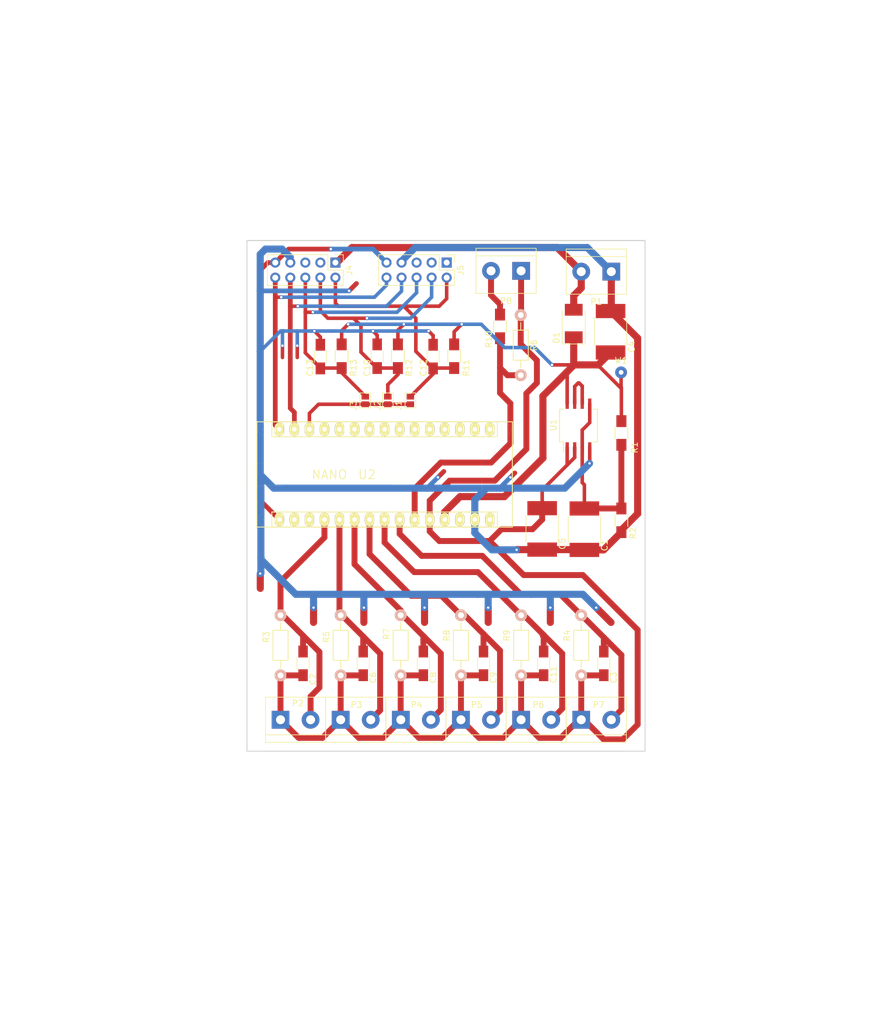
<source format=kicad_pcb>
(kicad_pcb (version 4) (host pcbnew 4.0.2+dfsg1-stable)

  (general
    (links 91)
    (no_connects 0)
    (area 19.384287 33.726 173.354 208.313001)
    (thickness 1.6)
    (drawings 49)
    (tracks 405)
    (zones 0)
    (modules 42)
    (nets 43)
  )

  (page A4)
  (layers
    (0 F.Cu signal)
    (31 B.Cu signal)
    (32 B.Adhes user)
    (33 F.Adhes user)
    (34 B.Paste user)
    (35 F.Paste user)
    (36 B.SilkS user)
    (37 F.SilkS user)
    (38 B.Mask user)
    (39 F.Mask user)
    (40 Dwgs.User user)
    (41 Cmts.User user)
    (42 Eco1.User user)
    (43 Eco2.User user)
    (44 Edge.Cuts user)
    (45 Margin user)
    (46 B.CrtYd user)
    (47 F.CrtYd user)
    (48 B.Fab user)
    (49 F.Fab user)
  )

  (setup
    (last_trace_width 0.25)
    (user_trace_width 0.4)
    (user_trace_width 0.6)
    (user_trace_width 0.8)
    (user_trace_width 1)
    (user_trace_width 1.2)
    (trace_clearance 0.25)
    (zone_clearance 0.508)
    (zone_45_only yes)
    (trace_min 0)
    (segment_width 0.2)
    (edge_width 0.15)
    (via_size 0.6)
    (via_drill 0.4)
    (via_min_size 0)
    (via_min_drill 0.3)
    (user_via 1.9 1)
    (uvia_size 0.3)
    (uvia_drill 0.1)
    (uvias_allowed no)
    (uvia_min_size 0)
    (uvia_min_drill 0.1)
    (pcb_text_width 0.3)
    (pcb_text_size 1.5 1.5)
    (mod_edge_width 0.15)
    (mod_text_size 1 1)
    (mod_text_width 0.15)
    (pad_size 2 2)
    (pad_drill 1)
    (pad_to_mask_clearance 0.2)
    (aux_axis_origin 0 0)
    (visible_elements FFFFFFFF)
    (pcbplotparams
      (layerselection 0x29020_80000001)
      (usegerberextensions false)
      (excludeedgelayer true)
      (linewidth 0.100000)
      (plotframeref false)
      (viasonmask false)
      (mode 1)
      (useauxorigin false)
      (hpglpennumber 1)
      (hpglpenspeed 20)
      (hpglpendiameter 15)
      (hpglpenoverlay 2)
      (psnegative false)
      (psa4output false)
      (plotreference true)
      (plotvalue true)
      (plotinvisibletext false)
      (padsonsilk false)
      (subtractmaskfromsilk false)
      (outputformat 1)
      (mirror false)
      (drillshape 0)
      (scaleselection 1)
      (outputdirectory /home/onsar/onsar_git/onsar/ecopower/hardware/iot_power/gerber/))
  )

  (net 0 "")
  (net 1 GND)
  (net 2 /intensidad_1)
  (net 3 /v_referencia)
  (net 4 /intensidad_6)
  (net 5 VCC)
  (net 6 /intensidad_2)
  (net 7 /intensidad_3)
  (net 8 /intensidad_4)
  (net 9 /ss)
  (net 10 /intensidad_5)
  (net 11 /vcc_5v)
  (net 12 /esp_d0)
  (net 13 /esp_d1)
  (net 14 /esp_d2)
  (net 15 /mosi)
  (net 16 /miso)
  (net 17 /sck)
  (net 18 /esp_d8)
  (net 19 /esp_d3)
  (net 20 "Net-(U2-Pad2)")
  (net 21 "Net-(U2-Pad3)")
  (net 22 "Net-(U2-Pad4)")
  (net 23 "Net-(U2-Pad30)")
  (net 24 "Net-(U2-Pad28)")
  (net 25 "Net-(U2-Pad18)")
  (net 26 "Net-(U2-Pad17)")
  (net 27 "Net-(U2-Pad1)")
  (net 28 "Net-(U2-Pad5)")
  (net 29 "Net-(U2-Pad6)")
  (net 30 "Net-(U2-Pad7)")
  (net 31 "Net-(U2-Pad8)")
  (net 32 "Net-(U2-Pad9)")
  (net 33 "Net-(U2-Pad10)")
  (net 34 "Net-(U2-Pad11)")
  (net 35 "Net-(U2-Pad12)")
  (net 36 "Net-(J5-Pad1)")
  (net 37 "Net-(J5-Pad3)")
  (net 38 "Net-(J5-Pad5)")
  (net 39 "Net-(P8-Pad2)")
  (net 40 /voltage_1)
  (net 41 /v_25)
  (net 42 "Net-(U1-Pad6)")

  (net_class Default "This is the default net class."
    (clearance 0.25)
    (trace_width 0.25)
    (via_dia 0.6)
    (via_drill 0.4)
    (uvia_dia 0.3)
    (uvia_drill 0.1)
    (add_net /esp_d0)
    (add_net /esp_d1)
    (add_net /esp_d2)
    (add_net /esp_d3)
    (add_net /esp_d8)
    (add_net /intensidad_1)
    (add_net /intensidad_2)
    (add_net /intensidad_3)
    (add_net /intensidad_4)
    (add_net /intensidad_5)
    (add_net /intensidad_6)
    (add_net /miso)
    (add_net /mosi)
    (add_net /sck)
    (add_net /ss)
    (add_net /v_25)
    (add_net /v_referencia)
    (add_net /vcc_5v)
    (add_net /voltage_1)
    (add_net GND)
    (add_net "Net-(J5-Pad1)")
    (add_net "Net-(J5-Pad3)")
    (add_net "Net-(J5-Pad5)")
    (add_net "Net-(P8-Pad2)")
    (add_net "Net-(U1-Pad6)")
    (add_net "Net-(U2-Pad1)")
    (add_net "Net-(U2-Pad10)")
    (add_net "Net-(U2-Pad11)")
    (add_net "Net-(U2-Pad12)")
    (add_net "Net-(U2-Pad17)")
    (add_net "Net-(U2-Pad18)")
    (add_net "Net-(U2-Pad2)")
    (add_net "Net-(U2-Pad28)")
    (add_net "Net-(U2-Pad3)")
    (add_net "Net-(U2-Pad30)")
    (add_net "Net-(U2-Pad4)")
    (add_net "Net-(U2-Pad5)")
    (add_net "Net-(U2-Pad6)")
    (add_net "Net-(U2-Pad7)")
    (add_net "Net-(U2-Pad8)")
    (add_net "Net-(U2-Pad9)")
    (add_net VCC)
  )

  (module Connectors_Terminal_Blocks:TerminalBlock_bornier-2_P5.08mm (layer F.Cu) (tedit 5D752C3A) (tstamp 5D4EB544)
    (at 86.741 154.94)
    (descr "simple 2-pin terminal block, pitch 5.08mm, revamped version of bornier2")
    (tags "terminal block bornier2")
    (path /5D4D3DC6)
    (fp_text reference P4 (at 2.667 -2.54) (layer F.SilkS)
      (effects (font (size 1 1) (thickness 0.15)))
    )
    (fp_text value PINZA_3 (at 2.667 4.572) (layer F.Fab)
      (effects (font (size 1 1) (thickness 0.15)))
    )
    (fp_line (start -2.41 2.55) (end 7.49 2.55) (layer F.Fab) (width 0.1))
    (fp_line (start -2.46 -3.75) (end -2.46 3.75) (layer F.Fab) (width 0.1))
    (fp_line (start -2.46 3.75) (end 7.54 3.75) (layer F.Fab) (width 0.1))
    (fp_line (start 7.54 3.75) (end 7.54 -3.75) (layer F.Fab) (width 0.1))
    (fp_line (start 7.54 -3.75) (end -2.46 -3.75) (layer F.Fab) (width 0.1))
    (fp_line (start 7.62 2.54) (end -2.54 2.54) (layer F.SilkS) (width 0.12))
    (fp_line (start 7.62 3.81) (end 7.62 -3.81) (layer F.SilkS) (width 0.12))
    (fp_line (start 7.62 -3.81) (end -2.54 -3.81) (layer F.SilkS) (width 0.12))
    (fp_line (start -2.54 -3.81) (end -2.54 3.81) (layer F.SilkS) (width 0.12))
    (fp_line (start -2.54 3.81) (end 7.62 3.81) (layer F.SilkS) (width 0.12))
    (fp_line (start -2.71 -4) (end 7.79 -4) (layer F.CrtYd) (width 0.05))
    (fp_line (start -2.71 -4) (end -2.71 4) (layer F.CrtYd) (width 0.05))
    (fp_line (start 7.79 4) (end 7.79 -4) (layer F.CrtYd) (width 0.05))
    (fp_line (start 7.79 4) (end -2.71 4) (layer F.CrtYd) (width 0.05))
    (pad 1 thru_hole rect (at 0 0) (size 3 3) (drill 1.52) (layers *.Cu *.Mask)
      (net 3 /v_referencia))
    (pad 2 thru_hole circle (at 5.08 0) (size 3 3) (drill 1.52) (layers *.Cu *.Mask)
      (net 7 /intensidad_3))
    (model ${KISYS3DMOD}/Terminal_Blocks.3dshapes/TerminalBlock_bornier-2_P5.08mm.wrl
      (at (xyz 0.1 0 0))
      (scale (xyz 1 1 1))
      (rotate (xyz 0 0 0))
    )
  )

  (module Capacitors_SMD:C_1206_HandSoldering (layer F.Cu) (tedit 5D7529AE) (tstamp 5D4EB500)
    (at 82.75 93.536 90)
    (descr "Capacitor SMD 1206, hand soldering")
    (tags "capacitor 1206")
    (path /5D4DE405)
    (attr smd)
    (fp_text reference C10 (at -1.968 -1.724 90) (layer F.SilkS)
      (effects (font (size 1 1) (thickness 0.15)))
    )
    (fp_text value 100nF (at 2.858 -1.47 90) (layer F.Fab)
      (effects (font (size 1 1) (thickness 0.15)))
    )
    (fp_line (start -1.6 0.8) (end -1.6 -0.8) (layer F.Fab) (width 0.1))
    (fp_line (start 1.6 0.8) (end -1.6 0.8) (layer F.Fab) (width 0.1))
    (fp_line (start 1.6 -0.8) (end 1.6 0.8) (layer F.Fab) (width 0.1))
    (fp_line (start -1.6 -0.8) (end 1.6 -0.8) (layer F.Fab) (width 0.1))
    (fp_line (start 1 -1.02) (end -1 -1.02) (layer F.SilkS) (width 0.12))
    (fp_line (start -1 1.02) (end 1 1.02) (layer F.SilkS) (width 0.12))
    (fp_line (start -3.25 -1.05) (end 3.25 -1.05) (layer F.CrtYd) (width 0.05))
    (fp_line (start -3.25 -1.05) (end -3.25 1.05) (layer F.CrtYd) (width 0.05))
    (fp_line (start 3.25 1.05) (end 3.25 -1.05) (layer F.CrtYd) (width 0.05))
    (fp_line (start 3.25 1.05) (end -3.25 1.05) (layer F.CrtYd) (width 0.05))
    (pad 1 smd rect (at -2 0 90) (size 2 1.6) (layers F.Cu F.Paste F.Mask)
      (net 13 /esp_d1))
    (pad 2 smd rect (at 2 0 90) (size 2 1.6) (layers F.Cu F.Paste F.Mask)
      (net 1 GND))
    (model Capacitors_SMD.3dshapes/C_1206.wrl
      (at (xyz 0 0 0))
      (scale (xyz 1 1 1))
      (rotate (xyz 0 0 0))
    )
  )

  (module Capacitors_SMD:C_2220_HandSoldering (layer F.Cu) (tedit 5D752D2F) (tstamp 5D4EB4CA)
    (at 117.75 122.75 270)
    (descr "Capacitor SMD 2220, hand soldering")
    (tags "capacitor 2220")
    (path /5D4E0BA3)
    (attr smd)
    (fp_text reference C1 (at 2.726 -3.408 270) (layer F.SilkS)
      (effects (font (size 1 1) (thickness 0.15)))
    )
    (fp_text value 10uF (at -0.83 -3.408 270) (layer F.Fab)
      (effects (font (size 1 1) (thickness 0.15)))
    )
    (fp_line (start -2.75 2.5) (end -2.75 -2.5) (layer F.Fab) (width 0.1))
    (fp_line (start 2.75 2.5) (end -2.75 2.5) (layer F.Fab) (width 0.1))
    (fp_line (start 2.75 -2.5) (end 2.75 2.5) (layer F.Fab) (width 0.1))
    (fp_line (start -2.75 -2.5) (end 2.75 -2.5) (layer F.Fab) (width 0.1))
    (fp_line (start 2.3 -2.73) (end -2.3 -2.73) (layer F.SilkS) (width 0.12))
    (fp_line (start -2.3 2.73) (end 2.3 2.73) (layer F.SilkS) (width 0.12))
    (fp_line (start -4.95 -2.75) (end 4.95 -2.75) (layer F.CrtYd) (width 0.05))
    (fp_line (start -4.95 -2.75) (end -4.95 2.75) (layer F.CrtYd) (width 0.05))
    (fp_line (start 4.95 2.75) (end 4.95 -2.75) (layer F.CrtYd) (width 0.05))
    (fp_line (start 4.95 2.75) (end -4.95 2.75) (layer F.CrtYd) (width 0.05))
    (pad 1 smd rect (at -3.5 0 270) (size 2.4 5) (layers F.Cu F.Paste F.Mask)
      (net 41 /v_25))
    (pad 2 smd rect (at 3.5 0 270) (size 2.4 5) (layers F.Cu F.Paste F.Mask)
      (net 1 GND))
    (model Capacitors_SMD.3dshapes/C_2220.wrl
      (at (xyz 0 0 0))
      (scale (xyz 1 1 1))
      (rotate (xyz 0 0 0))
    )
  )

  (module Capacitors_SMD:C_1206_HandSoldering (layer F.Cu) (tedit 5D752CBB) (tstamp 5D4EB4D0)
    (at 70.231 145.415 270)
    (descr "Capacitor SMD 1206, hand soldering")
    (tags "capacitor 1206")
    (path /5D4CAF07)
    (attr smd)
    (fp_text reference C2 (at 2.667 -1.651 270) (layer F.SilkS)
      (effects (font (size 1 1) (thickness 0.15)))
    )
    (fp_text value 100nF (at -1.143 -1.651 270) (layer F.Fab)
      (effects (font (size 1 1) (thickness 0.15)))
    )
    (fp_line (start -1.6 0.8) (end -1.6 -0.8) (layer F.Fab) (width 0.1))
    (fp_line (start 1.6 0.8) (end -1.6 0.8) (layer F.Fab) (width 0.1))
    (fp_line (start 1.6 -0.8) (end 1.6 0.8) (layer F.Fab) (width 0.1))
    (fp_line (start -1.6 -0.8) (end 1.6 -0.8) (layer F.Fab) (width 0.1))
    (fp_line (start 1 -1.02) (end -1 -1.02) (layer F.SilkS) (width 0.12))
    (fp_line (start -1 1.02) (end 1 1.02) (layer F.SilkS) (width 0.12))
    (fp_line (start -3.25 -1.05) (end 3.25 -1.05) (layer F.CrtYd) (width 0.05))
    (fp_line (start -3.25 -1.05) (end -3.25 1.05) (layer F.CrtYd) (width 0.05))
    (fp_line (start 3.25 1.05) (end 3.25 -1.05) (layer F.CrtYd) (width 0.05))
    (fp_line (start 3.25 1.05) (end -3.25 1.05) (layer F.CrtYd) (width 0.05))
    (pad 1 smd rect (at -2 0 270) (size 2 1.6) (layers F.Cu F.Paste F.Mask)
      (net 2 /intensidad_1))
    (pad 2 smd rect (at 2 0 270) (size 2 1.6) (layers F.Cu F.Paste F.Mask)
      (net 3 /v_referencia))
    (model Capacitors_SMD.3dshapes/C_1206.wrl
      (at (xyz 0 0 0))
      (scale (xyz 1 1 1))
      (rotate (xyz 0 0 0))
    )
  )

  (module Capacitors_SMD:C_1206_HandSoldering (layer F.Cu) (tedit 5D752E7F) (tstamp 5D4EB4D6)
    (at 121.031 145.415 270)
    (descr "Capacitor SMD 1206, hand soldering")
    (tags "capacitor 1206")
    (path /5D4C6F14)
    (attr smd)
    (fp_text reference C3 (at 2.413 -1.651 270) (layer F.SilkS)
      (effects (font (size 1 1) (thickness 0.15)))
    )
    (fp_text value 100nF (at -1.651 -1.651 270) (layer F.Fab)
      (effects (font (size 1 1) (thickness 0.15)))
    )
    (fp_line (start -1.6 0.8) (end -1.6 -0.8) (layer F.Fab) (width 0.1))
    (fp_line (start 1.6 0.8) (end -1.6 0.8) (layer F.Fab) (width 0.1))
    (fp_line (start 1.6 -0.8) (end 1.6 0.8) (layer F.Fab) (width 0.1))
    (fp_line (start -1.6 -0.8) (end 1.6 -0.8) (layer F.Fab) (width 0.1))
    (fp_line (start 1 -1.02) (end -1 -1.02) (layer F.SilkS) (width 0.12))
    (fp_line (start -1 1.02) (end 1 1.02) (layer F.SilkS) (width 0.12))
    (fp_line (start -3.25 -1.05) (end 3.25 -1.05) (layer F.CrtYd) (width 0.05))
    (fp_line (start -3.25 -1.05) (end -3.25 1.05) (layer F.CrtYd) (width 0.05))
    (fp_line (start 3.25 1.05) (end 3.25 -1.05) (layer F.CrtYd) (width 0.05))
    (fp_line (start 3.25 1.05) (end -3.25 1.05) (layer F.CrtYd) (width 0.05))
    (pad 1 smd rect (at -2 0 270) (size 2 1.6) (layers F.Cu F.Paste F.Mask)
      (net 4 /intensidad_6))
    (pad 2 smd rect (at 2 0 270) (size 2 1.6) (layers F.Cu F.Paste F.Mask)
      (net 3 /v_referencia))
    (model Capacitors_SMD.3dshapes/C_1206.wrl
      (at (xyz 0 0 0))
      (scale (xyz 1 1 1))
      (rotate (xyz 0 0 0))
    )
  )

  (module Capacitors_SMD:C_2220_HandSoldering (layer F.Cu) (tedit 5D752F30) (tstamp 5D4EB4DC)
    (at 122.174 89.408 90)
    (descr "Capacitor SMD 2220, hand soldering")
    (tags "capacitor 2220")
    (path /5D4E44A9)
    (attr smd)
    (fp_text reference C4 (at -2.54 3.556 90) (layer F.SilkS)
      (effects (font (size 1 1) (thickness 0.15)))
    )
    (fp_text value 10uF (at 1.27 3.556 90) (layer F.Fab)
      (effects (font (size 1 1) (thickness 0.15)))
    )
    (fp_line (start -2.75 2.5) (end -2.75 -2.5) (layer F.Fab) (width 0.1))
    (fp_line (start 2.75 2.5) (end -2.75 2.5) (layer F.Fab) (width 0.1))
    (fp_line (start 2.75 -2.5) (end 2.75 2.5) (layer F.Fab) (width 0.1))
    (fp_line (start -2.75 -2.5) (end 2.75 -2.5) (layer F.Fab) (width 0.1))
    (fp_line (start 2.3 -2.73) (end -2.3 -2.73) (layer F.SilkS) (width 0.12))
    (fp_line (start -2.3 2.73) (end 2.3 2.73) (layer F.SilkS) (width 0.12))
    (fp_line (start -4.95 -2.75) (end 4.95 -2.75) (layer F.CrtYd) (width 0.05))
    (fp_line (start -4.95 -2.75) (end -4.95 2.75) (layer F.CrtYd) (width 0.05))
    (fp_line (start 4.95 2.75) (end 4.95 -2.75) (layer F.CrtYd) (width 0.05))
    (fp_line (start 4.95 2.75) (end -4.95 2.75) (layer F.CrtYd) (width 0.05))
    (pad 1 smd rect (at -3.5 0 90) (size 2.4 5) (layers F.Cu F.Paste F.Mask)
      (net 5 VCC))
    (pad 2 smd rect (at 3.5 0 90) (size 2.4 5) (layers F.Cu F.Paste F.Mask)
      (net 1 GND))
    (model Capacitors_SMD.3dshapes/C_2220.wrl
      (at (xyz 0 0 0))
      (scale (xyz 1 1 1))
      (rotate (xyz 0 0 0))
    )
  )

  (module Capacitors_SMD:C_2220_HandSoldering (layer F.Cu) (tedit 5D752D46) (tstamp 5D4EB4E2)
    (at 110.621 122.702 270)
    (descr "Capacitor SMD 2220, hand soldering")
    (tags "capacitor 2220")
    (path /5D4DFAA3)
    (attr smd)
    (fp_text reference C5 (at 2.52 -3.425 270) (layer F.SilkS)
      (effects (font (size 1 1) (thickness 0.15)))
    )
    (fp_text value 10uF (at -1.036 -3.425 270) (layer F.Fab)
      (effects (font (size 1 1) (thickness 0.15)))
    )
    (fp_line (start -2.75 2.5) (end -2.75 -2.5) (layer F.Fab) (width 0.1))
    (fp_line (start 2.75 2.5) (end -2.75 2.5) (layer F.Fab) (width 0.1))
    (fp_line (start 2.75 -2.5) (end 2.75 2.5) (layer F.Fab) (width 0.1))
    (fp_line (start -2.75 -2.5) (end 2.75 -2.5) (layer F.Fab) (width 0.1))
    (fp_line (start 2.3 -2.73) (end -2.3 -2.73) (layer F.SilkS) (width 0.12))
    (fp_line (start -2.3 2.73) (end 2.3 2.73) (layer F.SilkS) (width 0.12))
    (fp_line (start -4.95 -2.75) (end 4.95 -2.75) (layer F.CrtYd) (width 0.05))
    (fp_line (start -4.95 -2.75) (end -4.95 2.75) (layer F.CrtYd) (width 0.05))
    (fp_line (start 4.95 2.75) (end 4.95 -2.75) (layer F.CrtYd) (width 0.05))
    (fp_line (start 4.95 2.75) (end -4.95 2.75) (layer F.CrtYd) (width 0.05))
    (pad 1 smd rect (at -3.5 0 270) (size 2.4 5) (layers F.Cu F.Paste F.Mask)
      (net 3 /v_referencia))
    (pad 2 smd rect (at 3.5 0 270) (size 2.4 5) (layers F.Cu F.Paste F.Mask)
      (net 1 GND))
    (model Capacitors_SMD.3dshapes/C_2220.wrl
      (at (xyz 0 0 0))
      (scale (xyz 1 1 1))
      (rotate (xyz 0 0 0))
    )
  )

  (module Capacitors_SMD:C_1206_HandSoldering (layer F.Cu) (tedit 5D752DB5) (tstamp 5D4EB4E8)
    (at 80.391 145.415 270)
    (descr "Capacitor SMD 1206, hand soldering")
    (tags "capacitor 1206")
    (path /5D4D18FF)
    (attr smd)
    (fp_text reference C6 (at 2.413 -1.651 270) (layer F.SilkS)
      (effects (font (size 1 1) (thickness 0.15)))
    )
    (fp_text value 100nF (at -1.397 -1.651 270) (layer F.Fab)
      (effects (font (size 1 1) (thickness 0.15)))
    )
    (fp_line (start -1.6 0.8) (end -1.6 -0.8) (layer F.Fab) (width 0.1))
    (fp_line (start 1.6 0.8) (end -1.6 0.8) (layer F.Fab) (width 0.1))
    (fp_line (start 1.6 -0.8) (end 1.6 0.8) (layer F.Fab) (width 0.1))
    (fp_line (start -1.6 -0.8) (end 1.6 -0.8) (layer F.Fab) (width 0.1))
    (fp_line (start 1 -1.02) (end -1 -1.02) (layer F.SilkS) (width 0.12))
    (fp_line (start -1 1.02) (end 1 1.02) (layer F.SilkS) (width 0.12))
    (fp_line (start -3.25 -1.05) (end 3.25 -1.05) (layer F.CrtYd) (width 0.05))
    (fp_line (start -3.25 -1.05) (end -3.25 1.05) (layer F.CrtYd) (width 0.05))
    (fp_line (start 3.25 1.05) (end 3.25 -1.05) (layer F.CrtYd) (width 0.05))
    (fp_line (start 3.25 1.05) (end -3.25 1.05) (layer F.CrtYd) (width 0.05))
    (pad 1 smd rect (at -2 0 270) (size 2 1.6) (layers F.Cu F.Paste F.Mask)
      (net 6 /intensidad_2))
    (pad 2 smd rect (at 2 0 270) (size 2 1.6) (layers F.Cu F.Paste F.Mask)
      (net 3 /v_referencia))
    (model Capacitors_SMD.3dshapes/C_1206.wrl
      (at (xyz 0 0 0))
      (scale (xyz 1 1 1))
      (rotate (xyz 0 0 0))
    )
  )

  (module Capacitors_SMD:C_1206_HandSoldering (layer F.Cu) (tedit 5D752E22) (tstamp 5D4EB4F4)
    (at 90.551 145.415 270)
    (descr "Capacitor SMD 1206, hand soldering")
    (tags "capacitor 1206")
    (path /5D4D3DCE)
    (attr smd)
    (fp_text reference C8 (at 2.413 -1.651 270) (layer F.SilkS)
      (effects (font (size 1 1) (thickness 0.15)))
    )
    (fp_text value 100nF (at -1.397 -1.651 270) (layer F.Fab)
      (effects (font (size 1 1) (thickness 0.15)))
    )
    (fp_line (start -1.6 0.8) (end -1.6 -0.8) (layer F.Fab) (width 0.1))
    (fp_line (start 1.6 0.8) (end -1.6 0.8) (layer F.Fab) (width 0.1))
    (fp_line (start 1.6 -0.8) (end 1.6 0.8) (layer F.Fab) (width 0.1))
    (fp_line (start -1.6 -0.8) (end 1.6 -0.8) (layer F.Fab) (width 0.1))
    (fp_line (start 1 -1.02) (end -1 -1.02) (layer F.SilkS) (width 0.12))
    (fp_line (start -1 1.02) (end 1 1.02) (layer F.SilkS) (width 0.12))
    (fp_line (start -3.25 -1.05) (end 3.25 -1.05) (layer F.CrtYd) (width 0.05))
    (fp_line (start -3.25 -1.05) (end -3.25 1.05) (layer F.CrtYd) (width 0.05))
    (fp_line (start 3.25 1.05) (end 3.25 -1.05) (layer F.CrtYd) (width 0.05))
    (fp_line (start 3.25 1.05) (end -3.25 1.05) (layer F.CrtYd) (width 0.05))
    (pad 1 smd rect (at -2 0 270) (size 2 1.6) (layers F.Cu F.Paste F.Mask)
      (net 7 /intensidad_3))
    (pad 2 smd rect (at 2 0 270) (size 2 1.6) (layers F.Cu F.Paste F.Mask)
      (net 3 /v_referencia))
    (model Capacitors_SMD.3dshapes/C_1206.wrl
      (at (xyz 0 0 0))
      (scale (xyz 1 1 1))
      (rotate (xyz 0 0 0))
    )
  )

  (module Capacitors_SMD:C_1206_HandSoldering (layer F.Cu) (tedit 5D752E48) (tstamp 5D4EB4FA)
    (at 100.711 145.415 270)
    (descr "Capacitor SMD 1206, hand soldering")
    (tags "capacitor 1206")
    (path /5D4D3DEE)
    (attr smd)
    (fp_text reference C9 (at 2.413 -1.651 270) (layer F.SilkS)
      (effects (font (size 1 1) (thickness 0.15)))
    )
    (fp_text value 100nF (at -1.397 -1.651 270) (layer F.Fab)
      (effects (font (size 1 1) (thickness 0.15)))
    )
    (fp_line (start -1.6 0.8) (end -1.6 -0.8) (layer F.Fab) (width 0.1))
    (fp_line (start 1.6 0.8) (end -1.6 0.8) (layer F.Fab) (width 0.1))
    (fp_line (start 1.6 -0.8) (end 1.6 0.8) (layer F.Fab) (width 0.1))
    (fp_line (start -1.6 -0.8) (end 1.6 -0.8) (layer F.Fab) (width 0.1))
    (fp_line (start 1 -1.02) (end -1 -1.02) (layer F.SilkS) (width 0.12))
    (fp_line (start -1 1.02) (end 1 1.02) (layer F.SilkS) (width 0.12))
    (fp_line (start -3.25 -1.05) (end 3.25 -1.05) (layer F.CrtYd) (width 0.05))
    (fp_line (start -3.25 -1.05) (end -3.25 1.05) (layer F.CrtYd) (width 0.05))
    (fp_line (start 3.25 1.05) (end 3.25 -1.05) (layer F.CrtYd) (width 0.05))
    (fp_line (start 3.25 1.05) (end -3.25 1.05) (layer F.CrtYd) (width 0.05))
    (pad 1 smd rect (at -2 0 270) (size 2 1.6) (layers F.Cu F.Paste F.Mask)
      (net 8 /intensidad_4))
    (pad 2 smd rect (at 2 0 270) (size 2 1.6) (layers F.Cu F.Paste F.Mask)
      (net 3 /v_referencia))
    (model Capacitors_SMD.3dshapes/C_1206.wrl
      (at (xyz 0 0 0))
      (scale (xyz 1 1 1))
      (rotate (xyz 0 0 0))
    )
  )

  (module Capacitors_SMD:C_1206_HandSoldering (layer F.Cu) (tedit 5D752E89) (tstamp 5D4EB506)
    (at 110.871 145.415 270)
    (descr "Capacitor SMD 1206, hand soldering")
    (tags "capacitor 1206")
    (path /5D4C652E)
    (attr smd)
    (fp_text reference C11 (at 1.905 -1.651 270) (layer F.SilkS)
      (effects (font (size 1 1) (thickness 0.15)))
    )
    (fp_text value 100nF (at -1.651 -1.651 270) (layer F.Fab)
      (effects (font (size 1 1) (thickness 0.15)))
    )
    (fp_line (start -1.6 0.8) (end -1.6 -0.8) (layer F.Fab) (width 0.1))
    (fp_line (start 1.6 0.8) (end -1.6 0.8) (layer F.Fab) (width 0.1))
    (fp_line (start 1.6 -0.8) (end 1.6 0.8) (layer F.Fab) (width 0.1))
    (fp_line (start -1.6 -0.8) (end 1.6 -0.8) (layer F.Fab) (width 0.1))
    (fp_line (start 1 -1.02) (end -1 -1.02) (layer F.SilkS) (width 0.12))
    (fp_line (start -1 1.02) (end 1 1.02) (layer F.SilkS) (width 0.12))
    (fp_line (start -3.25 -1.05) (end 3.25 -1.05) (layer F.CrtYd) (width 0.05))
    (fp_line (start -3.25 -1.05) (end -3.25 1.05) (layer F.CrtYd) (width 0.05))
    (fp_line (start 3.25 1.05) (end 3.25 -1.05) (layer F.CrtYd) (width 0.05))
    (fp_line (start 3.25 1.05) (end -3.25 1.05) (layer F.CrtYd) (width 0.05))
    (pad 1 smd rect (at -2 0 270) (size 2 1.6) (layers F.Cu F.Paste F.Mask)
      (net 10 /intensidad_5))
    (pad 2 smd rect (at 2 0 270) (size 2 1.6) (layers F.Cu F.Paste F.Mask)
      (net 3 /v_referencia))
    (model Capacitors_SMD.3dshapes/C_1206.wrl
      (at (xyz 0 0 0))
      (scale (xyz 1 1 1))
      (rotate (xyz 0 0 0))
    )
  )

  (module Diodes_SMD:D_2114 (layer F.Cu) (tedit 5D752F21) (tstamp 5D4EB50C)
    (at 115.951 88.011 90)
    (descr "Diode SMD 2114, reflow soldering http://datasheets.avx.com/schottky.pdf")
    (tags "Diode 2114")
    (path /5D4E44AF)
    (attr smd)
    (fp_text reference D1 (at -2.413 -2.921 90) (layer F.SilkS)
      (effects (font (size 1 1) (thickness 0.15)))
    )
    (fp_text value schottky (at 2.159 -2.921 90) (layer F.Fab)
      (effects (font (size 1 1) (thickness 0.15)))
    )
    (fp_line (start -3.46 -1.95) (end -3.46 1.95) (layer F.SilkS) (width 0.12))
    (fp_line (start -2.6 1.8) (end -2.6 -1.8) (layer F.Fab) (width 0.1))
    (fp_line (start 2.6 -1.8) (end -2.6 -1.8) (layer F.Fab) (width 0.1))
    (fp_line (start -3.61 -2.1) (end 3.61 -2.1) (layer F.CrtYd) (width 0.05))
    (fp_line (start 3.61 -2.1) (end 3.61 2.1) (layer F.CrtYd) (width 0.05))
    (fp_line (start 3.61 2.1) (end -3.61 2.1) (layer F.CrtYd) (width 0.05))
    (fp_line (start -3.61 2.1) (end -3.61 -2.1) (layer F.CrtYd) (width 0.05))
    (fp_line (start -0.64944 0.00102) (end -1.55114 0.00102) (layer F.Fab) (width 0.1))
    (fp_line (start 0.50118 0.00102) (end 1.4994 0.00102) (layer F.Fab) (width 0.1))
    (fp_line (start -0.64944 -0.79908) (end -0.64944 0.80112) (layer F.Fab) (width 0.1))
    (fp_line (start 0.50118 0.75032) (end 0.50118 -0.79908) (layer F.Fab) (width 0.1))
    (fp_line (start -0.64944 0.00102) (end 0.50118 0.75032) (layer F.Fab) (width 0.1))
    (fp_line (start -0.64944 0.00102) (end 0.50118 -0.79908) (layer F.Fab) (width 0.1))
    (fp_line (start -3.46 1.95) (end 2.15 1.95) (layer F.SilkS) (width 0.12))
    (fp_line (start -3.46 -1.95) (end 2.15 -1.95) (layer F.SilkS) (width 0.12))
    (fp_line (start 2.6 1.8) (end -2.6 1.8) (layer F.Fab) (width 0.1))
    (fp_line (start 2.6 1.8) (end 2.6 -1.8) (layer F.Fab) (width 0.1))
    (pad 1 smd rect (at -2.325 0 90) (size 2 3) (layers F.Cu F.Paste F.Mask)
      (net 5 VCC))
    (pad 2 smd rect (at 2.325 0 90) (size 2 3) (layers F.Cu F.Paste F.Mask)
      (net 11 /vcc_5v))
    (model ${KISYS3DMOD}/Diodes_SMD.3dshapes/D_2114.wrl
      (at (xyz 0 0 0))
      (scale (xyz 1 1 1))
      (rotate (xyz 0 0 0))
    )
  )

  (module Connectors:GS2 (layer F.Cu) (tedit 5D752B97) (tstamp 5D4EB512)
    (at 88.356 101.009 180)
    (descr "2-pin solder bridge")
    (tags "solder bridge")
    (path /5D4D6B1F)
    (attr smd)
    (fp_text reference J1 (at 1.996 -0.845 270) (layer F.SilkS)
      (effects (font (size 1 1) (thickness 0.15)))
    )
    (fp_text value GS2 (at 1.996 1.695 270) (layer F.Fab)
      (effects (font (size 1 1) (thickness 0.15)))
    )
    (fp_line (start 1.1 -1.45) (end 1.1 1.5) (layer F.CrtYd) (width 0.05))
    (fp_line (start 1.1 1.5) (end -1.1 1.5) (layer F.CrtYd) (width 0.05))
    (fp_line (start -1.1 1.5) (end -1.1 -1.45) (layer F.CrtYd) (width 0.05))
    (fp_line (start -1.1 -1.45) (end 1.1 -1.45) (layer F.CrtYd) (width 0.05))
    (fp_line (start -0.89 -1.27) (end -0.89 1.27) (layer F.SilkS) (width 0.12))
    (fp_line (start 0.89 1.27) (end 0.89 -1.27) (layer F.SilkS) (width 0.12))
    (fp_line (start 0.89 1.27) (end -0.89 1.27) (layer F.SilkS) (width 0.12))
    (fp_line (start -0.89 -1.27) (end 0.89 -1.27) (layer F.SilkS) (width 0.12))
    (pad 1 smd rect (at 0 -0.64 180) (size 1.27 0.97) (layers F.Cu F.Paste F.Mask)
      (net 9 /ss))
    (pad 2 smd rect (at 0 0.64 180) (size 1.27 0.97) (layers F.Cu F.Paste F.Mask)
      (net 14 /esp_d2))
  )

  (module Connectors:GS2 (layer F.Cu) (tedit 5D752BAB) (tstamp 5D4EB518)
    (at 84.546 101.009 180)
    (descr "2-pin solder bridge")
    (tags "solder bridge")
    (path /5D4D6D86)
    (attr smd)
    (fp_text reference J2 (at 1.742 -0.845 270) (layer F.SilkS)
      (effects (font (size 1 1) (thickness 0.15)))
    )
    (fp_text value GS2 (at 1.742 1.695 270) (layer F.Fab)
      (effects (font (size 1 1) (thickness 0.15)))
    )
    (fp_line (start 1.1 -1.45) (end 1.1 1.5) (layer F.CrtYd) (width 0.05))
    (fp_line (start 1.1 1.5) (end -1.1 1.5) (layer F.CrtYd) (width 0.05))
    (fp_line (start -1.1 1.5) (end -1.1 -1.45) (layer F.CrtYd) (width 0.05))
    (fp_line (start -1.1 -1.45) (end 1.1 -1.45) (layer F.CrtYd) (width 0.05))
    (fp_line (start -0.89 -1.27) (end -0.89 1.27) (layer F.SilkS) (width 0.12))
    (fp_line (start 0.89 1.27) (end 0.89 -1.27) (layer F.SilkS) (width 0.12))
    (fp_line (start 0.89 1.27) (end -0.89 1.27) (layer F.SilkS) (width 0.12))
    (fp_line (start -0.89 -1.27) (end 0.89 -1.27) (layer F.SilkS) (width 0.12))
    (pad 1 smd rect (at 0 -0.64 180) (size 1.27 0.97) (layers F.Cu F.Paste F.Mask)
      (net 9 /ss))
    (pad 2 smd rect (at 0 0.64 180) (size 1.27 0.97) (layers F.Cu F.Paste F.Mask)
      (net 13 /esp_d1))
  )

  (module Connectors:GS2 (layer F.Cu) (tedit 5D752BB9) (tstamp 5D4EB51E)
    (at 80.736 101.009 180)
    (descr "2-pin solder bridge")
    (tags "solder bridge")
    (path /5D4D6ED7)
    (attr smd)
    (fp_text reference J3 (at 1.996 -0.845 270) (layer F.SilkS)
      (effects (font (size 1 1) (thickness 0.15)))
    )
    (fp_text value GS2 (at 1.996 1.695 270) (layer F.Fab)
      (effects (font (size 1 1) (thickness 0.15)))
    )
    (fp_line (start 1.1 -1.45) (end 1.1 1.5) (layer F.CrtYd) (width 0.05))
    (fp_line (start 1.1 1.5) (end -1.1 1.5) (layer F.CrtYd) (width 0.05))
    (fp_line (start -1.1 1.5) (end -1.1 -1.45) (layer F.CrtYd) (width 0.05))
    (fp_line (start -1.1 -1.45) (end 1.1 -1.45) (layer F.CrtYd) (width 0.05))
    (fp_line (start -0.89 -1.27) (end -0.89 1.27) (layer F.SilkS) (width 0.12))
    (fp_line (start 0.89 1.27) (end 0.89 -1.27) (layer F.SilkS) (width 0.12))
    (fp_line (start 0.89 1.27) (end -0.89 1.27) (layer F.SilkS) (width 0.12))
    (fp_line (start -0.89 -1.27) (end 0.89 -1.27) (layer F.SilkS) (width 0.12))
    (pad 1 smd rect (at 0 -0.64 180) (size 1.27 0.97) (layers F.Cu F.Paste F.Mask)
      (net 9 /ss))
    (pad 2 smd rect (at 0 0.64 180) (size 1.27 0.97) (layers F.Cu F.Paste F.Mask)
      (net 12 /esp_d0))
  )

  (module Connectors_Terminal_Blocks:TerminalBlock_bornier-2_P5.08mm (layer F.Cu) (tedit 5D752849) (tstamp 5D4EB532)
    (at 122.301 79.248 180)
    (descr "simple 2-pin terminal block, pitch 5.08mm, revamped version of bornier2")
    (tags "terminal block bornier2")
    (path /5D4E44A3)
    (fp_text reference P1 (at 2.54 -5.08 180) (layer F.SilkS)
      (effects (font (size 1 1) (thickness 0.15)))
    )
    (fp_text value V_IN (at 2.413 4.318 180) (layer F.Fab)
      (effects (font (size 1 1) (thickness 0.15)))
    )
    (fp_text user %R (at 2.54 0 180) (layer F.Fab)
      (effects (font (size 1 1) (thickness 0.15)))
    )
    (fp_line (start -2.41 2.55) (end 7.49 2.55) (layer F.Fab) (width 0.1))
    (fp_line (start -2.46 -3.75) (end -2.46 3.75) (layer F.Fab) (width 0.1))
    (fp_line (start -2.46 3.75) (end 7.54 3.75) (layer F.Fab) (width 0.1))
    (fp_line (start 7.54 3.75) (end 7.54 -3.75) (layer F.Fab) (width 0.1))
    (fp_line (start 7.54 -3.75) (end -2.46 -3.75) (layer F.Fab) (width 0.1))
    (fp_line (start 7.62 2.54) (end -2.54 2.54) (layer F.SilkS) (width 0.12))
    (fp_line (start 7.62 3.81) (end 7.62 -3.81) (layer F.SilkS) (width 0.12))
    (fp_line (start 7.62 -3.81) (end -2.54 -3.81) (layer F.SilkS) (width 0.12))
    (fp_line (start -2.54 -3.81) (end -2.54 3.81) (layer F.SilkS) (width 0.12))
    (fp_line (start -2.54 3.81) (end 7.62 3.81) (layer F.SilkS) (width 0.12))
    (fp_line (start -2.71 -4) (end 7.79 -4) (layer F.CrtYd) (width 0.05))
    (fp_line (start -2.71 -4) (end -2.71 4) (layer F.CrtYd) (width 0.05))
    (fp_line (start 7.79 4) (end 7.79 -4) (layer F.CrtYd) (width 0.05))
    (fp_line (start 7.79 4) (end -2.71 4) (layer F.CrtYd) (width 0.05))
    (pad 1 thru_hole rect (at 0 0 180) (size 3 3) (drill 1.52) (layers *.Cu *.Mask)
      (net 1 GND))
    (pad 2 thru_hole circle (at 5.08 0 180) (size 3 3) (drill 1.52) (layers *.Cu *.Mask)
      (net 11 /vcc_5v))
    (model ${KISYS3DMOD}/Terminal_Blocks.3dshapes/TerminalBlock_bornier-2_P5.08mm.wrl
      (at (xyz 0.1 0 0))
      (scale (xyz 1 1 1))
      (rotate (xyz 0 0 0))
    )
  )

  (module Connectors_Terminal_Blocks:TerminalBlock_bornier-2_P5.08mm (layer F.Cu) (tedit 5D752C7D) (tstamp 5D4EB538)
    (at 66.421 154.94)
    (descr "simple 2-pin terminal block, pitch 5.08mm, revamped version of bornier2")
    (tags "terminal block bornier2")
    (path /5D4CAF0F)
    (fp_text reference P2 (at 2.921 -2.794) (layer F.SilkS)
      (effects (font (size 1 1) (thickness 0.15)))
    )
    (fp_text value PINZA_1 (at 2.667 4.572) (layer F.Fab)
      (effects (font (size 1 1) (thickness 0.15)))
    )
    (fp_line (start -2.41 2.55) (end 7.49 2.55) (layer F.Fab) (width 0.1))
    (fp_line (start -2.46 -3.75) (end -2.46 3.75) (layer F.Fab) (width 0.1))
    (fp_line (start -2.46 3.75) (end 7.54 3.75) (layer F.Fab) (width 0.1))
    (fp_line (start 7.54 3.75) (end 7.54 -3.75) (layer F.Fab) (width 0.1))
    (fp_line (start 7.54 -3.75) (end -2.46 -3.75) (layer F.Fab) (width 0.1))
    (fp_line (start 7.62 2.54) (end -2.54 2.54) (layer F.SilkS) (width 0.12))
    (fp_line (start 7.62 3.81) (end 7.62 -3.81) (layer F.SilkS) (width 0.12))
    (fp_line (start 7.62 -3.81) (end -2.54 -3.81) (layer F.SilkS) (width 0.12))
    (fp_line (start -2.54 -3.81) (end -2.54 3.81) (layer F.SilkS) (width 0.12))
    (fp_line (start -2.54 3.81) (end 7.62 3.81) (layer F.SilkS) (width 0.12))
    (fp_line (start -2.71 -4) (end 7.79 -4) (layer F.CrtYd) (width 0.05))
    (fp_line (start -2.71 -4) (end -2.71 4) (layer F.CrtYd) (width 0.05))
    (fp_line (start 7.79 4) (end 7.79 -4) (layer F.CrtYd) (width 0.05))
    (fp_line (start 7.79 4) (end -2.71 4) (layer F.CrtYd) (width 0.05))
    (pad 1 thru_hole rect (at 0 0) (size 3 3) (drill 1.52) (layers *.Cu *.Mask)
      (net 3 /v_referencia))
    (pad 2 thru_hole circle (at 5.08 0) (size 3 3) (drill 1.52) (layers *.Cu *.Mask)
      (net 2 /intensidad_1))
    (model ${KISYS3DMOD}/Terminal_Blocks.3dshapes/TerminalBlock_bornier-2_P5.08mm.wrl
      (at (xyz 0.1 0 0))
      (scale (xyz 1 1 1))
      (rotate (xyz 0 0 0))
    )
  )

  (module Connectors_Terminal_Blocks:TerminalBlock_bornier-2_P5.08mm (layer F.Cu) (tedit 5D752C03) (tstamp 5D4EB53E)
    (at 76.581 154.94)
    (descr "simple 2-pin terminal block, pitch 5.08mm, revamped version of bornier2")
    (tags "terminal block bornier2")
    (path /5D4D18F7)
    (fp_text reference P3 (at 2.667 -2.54) (layer F.SilkS)
      (effects (font (size 1 1) (thickness 0.15)))
    )
    (fp_text value PINZA_2 (at 2.413 4.572) (layer F.Fab)
      (effects (font (size 1 1) (thickness 0.15)))
    )
    (fp_line (start -2.41 2.55) (end 7.49 2.55) (layer F.Fab) (width 0.1))
    (fp_line (start -2.46 -3.75) (end -2.46 3.75) (layer F.Fab) (width 0.1))
    (fp_line (start -2.46 3.75) (end 7.54 3.75) (layer F.Fab) (width 0.1))
    (fp_line (start 7.54 3.75) (end 7.54 -3.75) (layer F.Fab) (width 0.1))
    (fp_line (start 7.54 -3.75) (end -2.46 -3.75) (layer F.Fab) (width 0.1))
    (fp_line (start 7.62 2.54) (end -2.54 2.54) (layer F.SilkS) (width 0.12))
    (fp_line (start 7.62 3.81) (end 7.62 -3.81) (layer F.SilkS) (width 0.12))
    (fp_line (start 7.62 -3.81) (end -2.54 -3.81) (layer F.SilkS) (width 0.12))
    (fp_line (start -2.54 -3.81) (end -2.54 3.81) (layer F.SilkS) (width 0.12))
    (fp_line (start -2.54 3.81) (end 7.62 3.81) (layer F.SilkS) (width 0.12))
    (fp_line (start -2.71 -4) (end 7.79 -4) (layer F.CrtYd) (width 0.05))
    (fp_line (start -2.71 -4) (end -2.71 4) (layer F.CrtYd) (width 0.05))
    (fp_line (start 7.79 4) (end 7.79 -4) (layer F.CrtYd) (width 0.05))
    (fp_line (start 7.79 4) (end -2.71 4) (layer F.CrtYd) (width 0.05))
    (pad 1 thru_hole rect (at 0 0) (size 3 3) (drill 1.52) (layers *.Cu *.Mask)
      (net 3 /v_referencia))
    (pad 2 thru_hole circle (at 5.08 0) (size 3 3) (drill 1.52) (layers *.Cu *.Mask)
      (net 6 /intensidad_2))
    (model ${KISYS3DMOD}/Terminal_Blocks.3dshapes/TerminalBlock_bornier-2_P5.08mm.wrl
      (at (xyz 0.1 0 0))
      (scale (xyz 1 1 1))
      (rotate (xyz 0 0 0))
    )
  )

  (module Connectors_Terminal_Blocks:TerminalBlock_bornier-2_P5.08mm (layer F.Cu) (tedit 5D752C5E) (tstamp 5D4EB54A)
    (at 96.901 154.94)
    (descr "simple 2-pin terminal block, pitch 5.08mm, revamped version of bornier2")
    (tags "terminal block bornier2")
    (path /5D4D3DE6)
    (fp_text reference P5 (at 2.667 -2.54) (layer F.SilkS)
      (effects (font (size 1 1) (thickness 0.15)))
    )
    (fp_text value PINZA_4 (at 2.667 4.572) (layer F.Fab)
      (effects (font (size 1 1) (thickness 0.15)))
    )
    (fp_line (start -2.41 2.55) (end 7.49 2.55) (layer F.Fab) (width 0.1))
    (fp_line (start -2.46 -3.75) (end -2.46 3.75) (layer F.Fab) (width 0.1))
    (fp_line (start -2.46 3.75) (end 7.54 3.75) (layer F.Fab) (width 0.1))
    (fp_line (start 7.54 3.75) (end 7.54 -3.75) (layer F.Fab) (width 0.1))
    (fp_line (start 7.54 -3.75) (end -2.46 -3.75) (layer F.Fab) (width 0.1))
    (fp_line (start 7.62 2.54) (end -2.54 2.54) (layer F.SilkS) (width 0.12))
    (fp_line (start 7.62 3.81) (end 7.62 -3.81) (layer F.SilkS) (width 0.12))
    (fp_line (start 7.62 -3.81) (end -2.54 -3.81) (layer F.SilkS) (width 0.12))
    (fp_line (start -2.54 -3.81) (end -2.54 3.81) (layer F.SilkS) (width 0.12))
    (fp_line (start -2.54 3.81) (end 7.62 3.81) (layer F.SilkS) (width 0.12))
    (fp_line (start -2.71 -4) (end 7.79 -4) (layer F.CrtYd) (width 0.05))
    (fp_line (start -2.71 -4) (end -2.71 4) (layer F.CrtYd) (width 0.05))
    (fp_line (start 7.79 4) (end 7.79 -4) (layer F.CrtYd) (width 0.05))
    (fp_line (start 7.79 4) (end -2.71 4) (layer F.CrtYd) (width 0.05))
    (pad 1 thru_hole rect (at 0 0) (size 3 3) (drill 1.52) (layers *.Cu *.Mask)
      (net 3 /v_referencia))
    (pad 2 thru_hole circle (at 5.08 0) (size 3 3) (drill 1.52) (layers *.Cu *.Mask)
      (net 8 /intensidad_4))
    (model ${KISYS3DMOD}/Terminal_Blocks.3dshapes/TerminalBlock_bornier-2_P5.08mm.wrl
      (at (xyz 0.1 0 0))
      (scale (xyz 1 1 1))
      (rotate (xyz 0 0 0))
    )
  )

  (module Connectors_Terminal_Blocks:TerminalBlock_bornier-2_P5.08mm (layer F.Cu) (tedit 5D752C66) (tstamp 5D4EB550)
    (at 107.061 154.94)
    (descr "simple 2-pin terminal block, pitch 5.08mm, revamped version of bornier2")
    (tags "terminal block bornier2")
    (path /5D4C6526)
    (fp_text reference P6 (at 2.921 -2.54) (layer F.SilkS)
      (effects (font (size 1 1) (thickness 0.15)))
    )
    (fp_text value PINZA_5 (at 2.667 4.572) (layer F.Fab)
      (effects (font (size 1 1) (thickness 0.15)))
    )
    (fp_line (start -2.41 2.55) (end 7.49 2.55) (layer F.Fab) (width 0.1))
    (fp_line (start -2.46 -3.75) (end -2.46 3.75) (layer F.Fab) (width 0.1))
    (fp_line (start -2.46 3.75) (end 7.54 3.75) (layer F.Fab) (width 0.1))
    (fp_line (start 7.54 3.75) (end 7.54 -3.75) (layer F.Fab) (width 0.1))
    (fp_line (start 7.54 -3.75) (end -2.46 -3.75) (layer F.Fab) (width 0.1))
    (fp_line (start 7.62 2.54) (end -2.54 2.54) (layer F.SilkS) (width 0.12))
    (fp_line (start 7.62 3.81) (end 7.62 -3.81) (layer F.SilkS) (width 0.12))
    (fp_line (start 7.62 -3.81) (end -2.54 -3.81) (layer F.SilkS) (width 0.12))
    (fp_line (start -2.54 -3.81) (end -2.54 3.81) (layer F.SilkS) (width 0.12))
    (fp_line (start -2.54 3.81) (end 7.62 3.81) (layer F.SilkS) (width 0.12))
    (fp_line (start -2.71 -4) (end 7.79 -4) (layer F.CrtYd) (width 0.05))
    (fp_line (start -2.71 -4) (end -2.71 4) (layer F.CrtYd) (width 0.05))
    (fp_line (start 7.79 4) (end 7.79 -4) (layer F.CrtYd) (width 0.05))
    (fp_line (start 7.79 4) (end -2.71 4) (layer F.CrtYd) (width 0.05))
    (pad 1 thru_hole rect (at 0 0) (size 3 3) (drill 1.52) (layers *.Cu *.Mask)
      (net 3 /v_referencia))
    (pad 2 thru_hole circle (at 5.08 0) (size 3 3) (drill 1.52) (layers *.Cu *.Mask)
      (net 10 /intensidad_5))
    (model ${KISYS3DMOD}/Terminal_Blocks.3dshapes/TerminalBlock_bornier-2_P5.08mm.wrl
      (at (xyz 0.1 0 0))
      (scale (xyz 1 1 1))
      (rotate (xyz 0 0 0))
    )
  )

  (module Connectors_Terminal_Blocks:TerminalBlock_bornier-2_P5.08mm (layer F.Cu) (tedit 5D752C70) (tstamp 5D4EB556)
    (at 117.221 154.94)
    (descr "simple 2-pin terminal block, pitch 5.08mm, revamped version of bornier2")
    (tags "terminal block bornier2")
    (path /5D4C6F0D)
    (fp_text reference P7 (at 2.921 -2.54) (layer F.SilkS)
      (effects (font (size 1 1) (thickness 0.15)))
    )
    (fp_text value PINZA_6 (at 2.667 4.572) (layer F.Fab)
      (effects (font (size 1 1) (thickness 0.15)))
    )
    (fp_line (start -2.41 2.55) (end 7.49 2.55) (layer F.Fab) (width 0.1))
    (fp_line (start -2.46 -3.75) (end -2.46 3.75) (layer F.Fab) (width 0.1))
    (fp_line (start -2.46 3.75) (end 7.54 3.75) (layer F.Fab) (width 0.1))
    (fp_line (start 7.54 3.75) (end 7.54 -3.75) (layer F.Fab) (width 0.1))
    (fp_line (start 7.54 -3.75) (end -2.46 -3.75) (layer F.Fab) (width 0.1))
    (fp_line (start 7.62 2.54) (end -2.54 2.54) (layer F.SilkS) (width 0.12))
    (fp_line (start 7.62 3.81) (end 7.62 -3.81) (layer F.SilkS) (width 0.12))
    (fp_line (start 7.62 -3.81) (end -2.54 -3.81) (layer F.SilkS) (width 0.12))
    (fp_line (start -2.54 -3.81) (end -2.54 3.81) (layer F.SilkS) (width 0.12))
    (fp_line (start -2.54 3.81) (end 7.62 3.81) (layer F.SilkS) (width 0.12))
    (fp_line (start -2.71 -4) (end 7.79 -4) (layer F.CrtYd) (width 0.05))
    (fp_line (start -2.71 -4) (end -2.71 4) (layer F.CrtYd) (width 0.05))
    (fp_line (start 7.79 4) (end 7.79 -4) (layer F.CrtYd) (width 0.05))
    (fp_line (start 7.79 4) (end -2.71 4) (layer F.CrtYd) (width 0.05))
    (pad 1 thru_hole rect (at 0 0) (size 3 3) (drill 1.52) (layers *.Cu *.Mask)
      (net 3 /v_referencia))
    (pad 2 thru_hole circle (at 5.08 0) (size 3 3) (drill 1.52) (layers *.Cu *.Mask)
      (net 4 /intensidad_6))
    (model ${KISYS3DMOD}/Terminal_Blocks.3dshapes/TerminalBlock_bornier-2_P5.08mm.wrl
      (at (xyz 0.1 0 0))
      (scale (xyz 1 1 1))
      (rotate (xyz 0 0 0))
    )
  )

  (module Connectors_Terminal_Blocks:TerminalBlock_bornier-2_P5.08mm (layer F.Cu) (tedit 5D752875) (tstamp 5D4EB55C)
    (at 107.061 79.121 180)
    (descr "simple 2-pin terminal block, pitch 5.08mm, revamped version of bornier2")
    (tags "terminal block bornier2")
    (path /5D4C6F2B)
    (fp_text reference P8 (at 2.54 -5.08 180) (layer F.SilkS)
      (effects (font (size 1 1) (thickness 0.15)))
    )
    (fp_text value PINZA_7 (at 2.413 4.191 180) (layer F.Fab)
      (effects (font (size 1 1) (thickness 0.15)))
    )
    (fp_text user %R (at 2.54 0 180) (layer F.Fab)
      (effects (font (size 1 1) (thickness 0.15)))
    )
    (fp_line (start -2.41 2.55) (end 7.49 2.55) (layer F.Fab) (width 0.1))
    (fp_line (start -2.46 -3.75) (end -2.46 3.75) (layer F.Fab) (width 0.1))
    (fp_line (start -2.46 3.75) (end 7.54 3.75) (layer F.Fab) (width 0.1))
    (fp_line (start 7.54 3.75) (end 7.54 -3.75) (layer F.Fab) (width 0.1))
    (fp_line (start 7.54 -3.75) (end -2.46 -3.75) (layer F.Fab) (width 0.1))
    (fp_line (start 7.62 2.54) (end -2.54 2.54) (layer F.SilkS) (width 0.12))
    (fp_line (start 7.62 3.81) (end 7.62 -3.81) (layer F.SilkS) (width 0.12))
    (fp_line (start 7.62 -3.81) (end -2.54 -3.81) (layer F.SilkS) (width 0.12))
    (fp_line (start -2.54 -3.81) (end -2.54 3.81) (layer F.SilkS) (width 0.12))
    (fp_line (start -2.54 3.81) (end 7.62 3.81) (layer F.SilkS) (width 0.12))
    (fp_line (start -2.71 -4) (end 7.79 -4) (layer F.CrtYd) (width 0.05))
    (fp_line (start -2.71 -4) (end -2.71 4) (layer F.CrtYd) (width 0.05))
    (fp_line (start 7.79 4) (end 7.79 -4) (layer F.CrtYd) (width 0.05))
    (fp_line (start 7.79 4) (end -2.71 4) (layer F.CrtYd) (width 0.05))
    (pad 1 thru_hole rect (at 0 0 180) (size 3 3) (drill 1.52) (layers *.Cu *.Mask)
      (net 3 /v_referencia))
    (pad 2 thru_hole circle (at 5.08 0 180) (size 3 3) (drill 1.52) (layers *.Cu *.Mask)
      (net 39 "Net-(P8-Pad2)"))
    (model ${KISYS3DMOD}/Terminal_Blocks.3dshapes/TerminalBlock_bornier-2_P5.08mm.wrl
      (at (xyz 0.1 0 0))
      (scale (xyz 1 1 1))
      (rotate (xyz 0 0 0))
    )
  )

  (module libreria_huellas_proyecto:Resistor_Horizontal_RM10mm (layer F.Cu) (tedit 5D752DC1) (tstamp 5D4EB56E)
    (at 66.421 137.287 270)
    (descr "Resistor, Axial,  RM 10mm, 1/3W")
    (tags "Resistor Axial RM 10mm 1/3W")
    (path /5D4CAF01)
    (fp_text reference R3 (at 3.683 2.413 270) (layer F.SilkS)
      (effects (font (size 1 1) (thickness 0.15)))
    )
    (fp_text value 10k (at 5 0 270) (layer F.Fab)
      (effects (font (size 1 1) (thickness 0.15)))
    )
    (fp_line (start -1.25 -1.5) (end 11.4 -1.5) (layer F.CrtYd) (width 0.05))
    (fp_line (start -1.25 1.5) (end -1.25 -1.5) (layer F.CrtYd) (width 0.05))
    (fp_line (start 11.4 -1.5) (end 11.4 1.5) (layer F.CrtYd) (width 0.05))
    (fp_line (start -1.25 1.5) (end 11.4 1.5) (layer F.CrtYd) (width 0.05))
    (fp_line (start 2.54 -1.27) (end 7.62 -1.27) (layer F.SilkS) (width 0.15))
    (fp_line (start 7.62 -1.27) (end 7.62 1.27) (layer F.SilkS) (width 0.15))
    (fp_line (start 7.62 1.27) (end 2.54 1.27) (layer F.SilkS) (width 0.15))
    (fp_line (start 2.54 1.27) (end 2.54 -1.27) (layer F.SilkS) (width 0.15))
    (fp_line (start 2.54 0) (end 1.27 0) (layer F.SilkS) (width 0.15))
    (fp_line (start 7.62 0) (end 8.89 0) (layer F.SilkS) (width 0.15))
    (pad 1 thru_hole circle (at 0 0 270) (size 1.99898 1.99898) (drill 1.00076) (layers *.Cu *.SilkS *.Mask)
      (net 2 /intensidad_1))
    (pad 2 thru_hole circle (at 10.16 0 270) (size 1.99898 1.99898) (drill 1.00076) (layers *.Cu *.SilkS *.Mask)
      (net 3 /v_referencia))
    (model Resistors_ThroughHole.3dshapes/Resistor_Horizontal_RM10mm.wrl
      (at (xyz 0 0 0))
      (scale (xyz 0.4 0.4 0.4))
      (rotate (xyz 0 0 0))
    )
  )

  (module libreria_huellas_proyecto:Resistor_Horizontal_RM10mm (layer F.Cu) (tedit 5D752DEA) (tstamp 5D4EB574)
    (at 117.221 137.287 270)
    (descr "Resistor, Axial,  RM 10mm, 1/3W")
    (tags "Resistor Axial RM 10mm 1/3W")
    (path /5D4C6F1A)
    (fp_text reference R4 (at 3.429 2.413 270) (layer F.SilkS)
      (effects (font (size 1 1) (thickness 0.15)))
    )
    (fp_text value 10k (at 5 0 270) (layer F.Fab)
      (effects (font (size 1 1) (thickness 0.15)))
    )
    (fp_line (start -1.25 -1.5) (end 11.4 -1.5) (layer F.CrtYd) (width 0.05))
    (fp_line (start -1.25 1.5) (end -1.25 -1.5) (layer F.CrtYd) (width 0.05))
    (fp_line (start 11.4 -1.5) (end 11.4 1.5) (layer F.CrtYd) (width 0.05))
    (fp_line (start -1.25 1.5) (end 11.4 1.5) (layer F.CrtYd) (width 0.05))
    (fp_line (start 2.54 -1.27) (end 7.62 -1.27) (layer F.SilkS) (width 0.15))
    (fp_line (start 7.62 -1.27) (end 7.62 1.27) (layer F.SilkS) (width 0.15))
    (fp_line (start 7.62 1.27) (end 2.54 1.27) (layer F.SilkS) (width 0.15))
    (fp_line (start 2.54 1.27) (end 2.54 -1.27) (layer F.SilkS) (width 0.15))
    (fp_line (start 2.54 0) (end 1.27 0) (layer F.SilkS) (width 0.15))
    (fp_line (start 7.62 0) (end 8.89 0) (layer F.SilkS) (width 0.15))
    (pad 1 thru_hole circle (at 0 0 270) (size 1.99898 1.99898) (drill 1.00076) (layers *.Cu *.SilkS *.Mask)
      (net 4 /intensidad_6))
    (pad 2 thru_hole circle (at 10.16 0 270) (size 1.99898 1.99898) (drill 1.00076) (layers *.Cu *.SilkS *.Mask)
      (net 3 /v_referencia))
    (model Resistors_ThroughHole.3dshapes/Resistor_Horizontal_RM10mm.wrl
      (at (xyz 0 0 0))
      (scale (xyz 0.4 0.4 0.4))
      (rotate (xyz 0 0 0))
    )
  )

  (module libreria_huellas_proyecto:Resistor_Horizontal_RM10mm (layer F.Cu) (tedit 5D752DBE) (tstamp 5D4EB57A)
    (at 76.581 137.287 270)
    (descr "Resistor, Axial,  RM 10mm, 1/3W")
    (tags "Resistor Axial RM 10mm 1/3W")
    (path /5D4D1905)
    (fp_text reference R5 (at 3.683 2.413 270) (layer F.SilkS)
      (effects (font (size 1 1) (thickness 0.15)))
    )
    (fp_text value 10k (at 5 0 270) (layer F.Fab)
      (effects (font (size 1 1) (thickness 0.15)))
    )
    (fp_line (start -1.25 -1.5) (end 11.4 -1.5) (layer F.CrtYd) (width 0.05))
    (fp_line (start -1.25 1.5) (end -1.25 -1.5) (layer F.CrtYd) (width 0.05))
    (fp_line (start 11.4 -1.5) (end 11.4 1.5) (layer F.CrtYd) (width 0.05))
    (fp_line (start -1.25 1.5) (end 11.4 1.5) (layer F.CrtYd) (width 0.05))
    (fp_line (start 2.54 -1.27) (end 7.62 -1.27) (layer F.SilkS) (width 0.15))
    (fp_line (start 7.62 -1.27) (end 7.62 1.27) (layer F.SilkS) (width 0.15))
    (fp_line (start 7.62 1.27) (end 2.54 1.27) (layer F.SilkS) (width 0.15))
    (fp_line (start 2.54 1.27) (end 2.54 -1.27) (layer F.SilkS) (width 0.15))
    (fp_line (start 2.54 0) (end 1.27 0) (layer F.SilkS) (width 0.15))
    (fp_line (start 7.62 0) (end 8.89 0) (layer F.SilkS) (width 0.15))
    (pad 1 thru_hole circle (at 0 0 270) (size 1.99898 1.99898) (drill 1.00076) (layers *.Cu *.SilkS *.Mask)
      (net 6 /intensidad_2))
    (pad 2 thru_hole circle (at 10.16 0 270) (size 1.99898 1.99898) (drill 1.00076) (layers *.Cu *.SilkS *.Mask)
      (net 3 /v_referencia))
    (model Resistors_ThroughHole.3dshapes/Resistor_Horizontal_RM10mm.wrl
      (at (xyz 0 0 0))
      (scale (xyz 0.4 0.4 0.4))
      (rotate (xyz 0 0 0))
    )
  )

  (module libreria_huellas_proyecto:Resistor_Horizontal_RM10mm (layer F.Cu) (tedit 5D752DC6) (tstamp 5D4EB586)
    (at 86.7156 137.287 270)
    (descr "Resistor, Axial,  RM 10mm, 1/3W")
    (tags "Resistor Axial RM 10mm 1/3W")
    (path /5D4D3DD4)
    (fp_text reference R7 (at 3.175 2.3876 270) (layer F.SilkS)
      (effects (font (size 1 1) (thickness 0.15)))
    )
    (fp_text value 10k (at 5 0 270) (layer F.Fab)
      (effects (font (size 1 1) (thickness 0.15)))
    )
    (fp_line (start -1.25 -1.5) (end 11.4 -1.5) (layer F.CrtYd) (width 0.05))
    (fp_line (start -1.25 1.5) (end -1.25 -1.5) (layer F.CrtYd) (width 0.05))
    (fp_line (start 11.4 -1.5) (end 11.4 1.5) (layer F.CrtYd) (width 0.05))
    (fp_line (start -1.25 1.5) (end 11.4 1.5) (layer F.CrtYd) (width 0.05))
    (fp_line (start 2.54 -1.27) (end 7.62 -1.27) (layer F.SilkS) (width 0.15))
    (fp_line (start 7.62 -1.27) (end 7.62 1.27) (layer F.SilkS) (width 0.15))
    (fp_line (start 7.62 1.27) (end 2.54 1.27) (layer F.SilkS) (width 0.15))
    (fp_line (start 2.54 1.27) (end 2.54 -1.27) (layer F.SilkS) (width 0.15))
    (fp_line (start 2.54 0) (end 1.27 0) (layer F.SilkS) (width 0.15))
    (fp_line (start 7.62 0) (end 8.89 0) (layer F.SilkS) (width 0.15))
    (pad 1 thru_hole circle (at 0 0 270) (size 1.99898 1.99898) (drill 1.00076) (layers *.Cu *.SilkS *.Mask)
      (net 7 /intensidad_3))
    (pad 2 thru_hole circle (at 10.16 0 270) (size 1.99898 1.99898) (drill 1.00076) (layers *.Cu *.SilkS *.Mask)
      (net 3 /v_referencia))
    (model Resistors_ThroughHole.3dshapes/Resistor_Horizontal_RM10mm.wrl
      (at (xyz 0 0 0))
      (scale (xyz 0.4 0.4 0.4))
      (rotate (xyz 0 0 0))
    )
  )

  (module libreria_huellas_proyecto:Resistor_Horizontal_RM10mm (layer F.Cu) (tedit 5D752DCC) (tstamp 5D4EB58C)
    (at 96.901 137.287 270)
    (descr "Resistor, Axial,  RM 10mm, 1/3W")
    (tags "Resistor Axial RM 10mm 1/3W")
    (path /5D4D3DF4)
    (fp_text reference R8 (at 3.429 2.413 270) (layer F.SilkS)
      (effects (font (size 1 1) (thickness 0.15)))
    )
    (fp_text value 10k (at 5 0 270) (layer F.Fab)
      (effects (font (size 1 1) (thickness 0.15)))
    )
    (fp_line (start -1.25 -1.5) (end 11.4 -1.5) (layer F.CrtYd) (width 0.05))
    (fp_line (start -1.25 1.5) (end -1.25 -1.5) (layer F.CrtYd) (width 0.05))
    (fp_line (start 11.4 -1.5) (end 11.4 1.5) (layer F.CrtYd) (width 0.05))
    (fp_line (start -1.25 1.5) (end 11.4 1.5) (layer F.CrtYd) (width 0.05))
    (fp_line (start 2.54 -1.27) (end 7.62 -1.27) (layer F.SilkS) (width 0.15))
    (fp_line (start 7.62 -1.27) (end 7.62 1.27) (layer F.SilkS) (width 0.15))
    (fp_line (start 7.62 1.27) (end 2.54 1.27) (layer F.SilkS) (width 0.15))
    (fp_line (start 2.54 1.27) (end 2.54 -1.27) (layer F.SilkS) (width 0.15))
    (fp_line (start 2.54 0) (end 1.27 0) (layer F.SilkS) (width 0.15))
    (fp_line (start 7.62 0) (end 8.89 0) (layer F.SilkS) (width 0.15))
    (pad 1 thru_hole circle (at 0 0 270) (size 1.99898 1.99898) (drill 1.00076) (layers *.Cu *.SilkS *.Mask)
      (net 8 /intensidad_4))
    (pad 2 thru_hole circle (at 10.16 0 270) (size 1.99898 1.99898) (drill 1.00076) (layers *.Cu *.SilkS *.Mask)
      (net 3 /v_referencia))
    (model Resistors_ThroughHole.3dshapes/Resistor_Horizontal_RM10mm.wrl
      (at (xyz 0 0 0))
      (scale (xyz 0.4 0.4 0.4))
      (rotate (xyz 0 0 0))
    )
  )

  (module libreria_huellas_proyecto:Resistor_Horizontal_RM10mm (layer F.Cu) (tedit 5D752DF6) (tstamp 5D4EB592)
    (at 107.061 137.287 270)
    (descr "Resistor, Axial,  RM 10mm, 1/3W")
    (tags "Resistor Axial RM 10mm 1/3W")
    (path /5D4C6534)
    (fp_text reference R9 (at 3.429 2.413 270) (layer F.SilkS)
      (effects (font (size 1 1) (thickness 0.15)))
    )
    (fp_text value 10k (at 5 0 270) (layer F.Fab)
      (effects (font (size 1 1) (thickness 0.15)))
    )
    (fp_line (start -1.25 -1.5) (end 11.4 -1.5) (layer F.CrtYd) (width 0.05))
    (fp_line (start -1.25 1.5) (end -1.25 -1.5) (layer F.CrtYd) (width 0.05))
    (fp_line (start 11.4 -1.5) (end 11.4 1.5) (layer F.CrtYd) (width 0.05))
    (fp_line (start -1.25 1.5) (end 11.4 1.5) (layer F.CrtYd) (width 0.05))
    (fp_line (start 2.54 -1.27) (end 7.62 -1.27) (layer F.SilkS) (width 0.15))
    (fp_line (start 7.62 -1.27) (end 7.62 1.27) (layer F.SilkS) (width 0.15))
    (fp_line (start 7.62 1.27) (end 2.54 1.27) (layer F.SilkS) (width 0.15))
    (fp_line (start 2.54 1.27) (end 2.54 -1.27) (layer F.SilkS) (width 0.15))
    (fp_line (start 2.54 0) (end 1.27 0) (layer F.SilkS) (width 0.15))
    (fp_line (start 7.62 0) (end 8.89 0) (layer F.SilkS) (width 0.15))
    (pad 1 thru_hole circle (at 0 0 270) (size 1.99898 1.99898) (drill 1.00076) (layers *.Cu *.SilkS *.Mask)
      (net 10 /intensidad_5))
    (pad 2 thru_hole circle (at 10.16 0 270) (size 1.99898 1.99898) (drill 1.00076) (layers *.Cu *.SilkS *.Mask)
      (net 3 /v_referencia))
    (model Resistors_ThroughHole.3dshapes/Resistor_Horizontal_RM10mm.wrl
      (at (xyz 0 0 0))
      (scale (xyz 0.4 0.4 0.4))
      (rotate (xyz 0 0 0))
    )
  )

  (module Housings_SOIC:SO-8_5.3x6.2mm_Pitch1.27mm (layer F.Cu) (tedit 5D752D6C) (tstamp 5D4EB59E)
    (at 116.75 105.25 90)
    (descr "8-Lead Plastic Small Outline, 5.3x6.2mm Body (http://www.ti.com.cn/cn/lit/ds/symlink/tl7705a.pdf)")
    (tags "SOIC 1.27")
    (path /5D4D9D45)
    (attr smd)
    (fp_text reference U1 (at 0.094 -4.228 90) (layer F.SilkS)
      (effects (font (size 1 1) (thickness 0.15)))
    )
    (fp_text value LM358 (at -0.16 4.154 90) (layer F.Fab)
      (effects (font (size 1 1) (thickness 0.15)))
    )
    (fp_line (start -1.65 -3.1) (end 2.65 -3.1) (layer F.Fab) (width 0.15))
    (fp_line (start 2.65 -3.1) (end 2.65 3.1) (layer F.Fab) (width 0.15))
    (fp_line (start 2.65 3.1) (end -2.65 3.1) (layer F.Fab) (width 0.15))
    (fp_line (start -2.65 3.1) (end -2.65 -2.1) (layer F.Fab) (width 0.15))
    (fp_line (start -2.65 -2.1) (end -1.65 -3.1) (layer F.Fab) (width 0.15))
    (fp_line (start -4.83 -3.35) (end -4.83 3.35) (layer F.CrtYd) (width 0.05))
    (fp_line (start 4.83 -3.35) (end 4.83 3.35) (layer F.CrtYd) (width 0.05))
    (fp_line (start -4.83 -3.35) (end 4.83 -3.35) (layer F.CrtYd) (width 0.05))
    (fp_line (start -4.83 3.35) (end 4.83 3.35) (layer F.CrtYd) (width 0.05))
    (fp_line (start -2.75 -3.205) (end -2.75 -2.55) (layer F.SilkS) (width 0.15))
    (fp_line (start 2.75 -3.205) (end 2.75 -2.455) (layer F.SilkS) (width 0.15))
    (fp_line (start 2.75 3.205) (end 2.75 2.455) (layer F.SilkS) (width 0.15))
    (fp_line (start -2.75 3.205) (end -2.75 2.455) (layer F.SilkS) (width 0.15))
    (fp_line (start -2.75 -3.205) (end 2.75 -3.205) (layer F.SilkS) (width 0.15))
    (fp_line (start -2.75 3.205) (end 2.75 3.205) (layer F.SilkS) (width 0.15))
    (fp_line (start -2.75 -2.55) (end -4.5 -2.55) (layer F.SilkS) (width 0.15))
    (pad 1 smd rect (at -3.7 -1.905 90) (size 1.75 0.55) (layers F.Cu F.Paste F.Mask)
      (net 3 /v_referencia))
    (pad 2 smd rect (at -3.7 -0.635 90) (size 1.75 0.55) (layers F.Cu F.Paste F.Mask)
      (net 3 /v_referencia))
    (pad 3 smd rect (at -3.7 0.635 90) (size 1.75 0.55) (layers F.Cu F.Paste F.Mask)
      (net 41 /v_25))
    (pad 4 smd rect (at -3.7 1.905 90) (size 1.75 0.55) (layers F.Cu F.Paste F.Mask)
      (net 1 GND))
    (pad 5 smd rect (at 3.7 1.905 90) (size 1.75 0.55) (layers F.Cu F.Paste F.Mask)
      (net 41 /v_25))
    (pad 6 smd rect (at 3.7 0.635 90) (size 1.75 0.55) (layers F.Cu F.Paste F.Mask)
      (net 42 "Net-(U1-Pad6)"))
    (pad 7 smd rect (at 3.7 -0.635 90) (size 1.75 0.55) (layers F.Cu F.Paste F.Mask)
      (net 42 "Net-(U1-Pad6)"))
    (pad 8 smd rect (at 3.7 -1.905 90) (size 1.75 0.55) (layers F.Cu F.Paste F.Mask)
      (net 5 VCC))
    (model ${KISYS3DMOD}/Housings_SOIC.3dshapes/SO-8_5.3x6.2mm_Pitch1.27mm.wrl
      (at (xyz 0 0 0))
      (scale (xyz 1 1 1))
      (rotate (xyz 0 0 0))
    )
  )

  (module libreria_huellas_proyecto:arduino_nano (layer F.Cu) (tedit 5D752BCF) (tstamp 5D4EB5C0)
    (at 84 113.5 270)
    (path /5D4E51E2)
    (fp_text reference U2 (at 0.038 2.974 360) (layer F.SilkS)
      (effects (font (size 1.5 1.5) (thickness 0.15)))
    )
    (fp_text value NANO (at 0.038 9.324 360) (layer F.SilkS)
      (effects (font (size 1.5 1.5) (thickness 0.15)))
    )
    (fp_line (start -1.905 21.971) (end -1.905 17.399) (layer F.SilkS) (width 0.01))
    (fp_line (start -1.905 17.399) (end 1.905 17.399) (layer F.SilkS) (width 0.01))
    (fp_line (start 1.905 17.399) (end 1.905 21.971) (layer F.SilkS) (width 0.01))
    (fp_line (start 1.905 21.971) (end -1.905 21.971) (layer F.SilkS) (width 0.01))
    (fp_line (start -0.762 -1.27) (end 1.778 -1.27) (layer F.SilkS) (width 0.01))
    (fp_line (start 1.778 -1.27) (end 1.778 -3.81) (layer F.SilkS) (width 0.01))
    (fp_line (start 1.778 -3.81) (end -0.762 -3.81) (layer F.SilkS) (width 0.01))
    (fp_line (start -0.762 -3.81) (end -0.762 -1.27) (layer F.SilkS) (width 0.01))
    (fp_circle (center 0.508 -2.54) (end -0.254 -2.54) (layer F.SilkS) (width 0.01))
    (fp_line (start -3.81 -21.463) (end 3.81 -21.463) (layer F.SilkS) (width 0.01))
    (fp_line (start 3.81 -21.463) (end 3.81 -16.383) (layer F.SilkS) (width 0.01))
    (fp_line (start 3.81 -16.383) (end -3.81 -16.383) (layer F.SilkS) (width 0.01))
    (fp_line (start -3.81 -16.383) (end -3.81 -21.463) (layer F.SilkS) (width 0.01))
    (fp_line (start -8.89 21.59) (end 8.89 21.59) (layer F.SilkS) (width 0.15))
    (fp_line (start 8.89 21.59) (end 8.89 -21.59) (layer F.SilkS) (width 0.15))
    (fp_line (start 8.89 -21.59) (end -8.89 -21.59) (layer F.SilkS) (width 0.15))
    (fp_line (start -8.89 -21.59) (end -8.89 21.59) (layer F.SilkS) (width 0.15))
    (fp_line (start 6.985 20.32) (end 8.255 20.32) (layer F.SilkS) (width 0.01))
    (fp_line (start 7.62 19.685) (end 7.62 20.955) (layer F.SilkS) (width 0.01))
    (fp_line (start -8.255 20.32) (end -6.985 20.32) (layer F.SilkS) (width 0.01))
    (fp_line (start -7.62 19.685) (end -7.62 20.955) (layer F.SilkS) (width 0.01))
    (fp_line (start 6.985 -20.32) (end 8.255 -20.32) (layer F.SilkS) (width 0.01))
    (fp_line (start 7.62 -20.955) (end 7.62 -19.685) (layer F.SilkS) (width 0.01))
    (fp_line (start -8.255 -20.32) (end -6.985 -20.32) (layer F.SilkS) (width 0.01))
    (fp_line (start -7.62 -20.955) (end -7.62 -19.685) (layer F.SilkS) (width 0.01))
    (fp_line (start -8.89 19.05) (end -6.35 19.05) (layer F.SilkS) (width 0.15))
    (fp_line (start -6.35 19.05) (end -6.35 -19.05) (layer F.SilkS) (width 0.15))
    (fp_line (start -6.35 -19.05) (end -8.89 -19.05) (layer F.SilkS) (width 0.15))
    (fp_line (start -8.89 -19.05) (end -8.89 19.05) (layer F.SilkS) (width 0.15))
    (fp_line (start 6.35 -19.05) (end 8.89 -19.05) (layer F.SilkS) (width 0.15))
    (fp_line (start 8.89 -19.05) (end 8.89 19.05) (layer F.SilkS) (width 0.15))
    (fp_line (start 8.89 19.05) (end 6.35 19.05) (layer F.SilkS) (width 0.15))
    (fp_line (start 6.35 19.05) (end 6.35 -19.05) (layer F.SilkS) (width 0.15))
    (fp_circle (center 7.62 20.32) (end 8.636 20.32) (layer F.SilkS) (width 0.01))
    (fp_circle (center -7.62 20.32) (end -6.604 20.32) (layer F.SilkS) (width 0.01))
    (fp_circle (center -7.62 -20.32) (end -6.604 -20.32) (layer F.SilkS) (width 0.01))
    (fp_circle (center 7.62 -20.32) (end 8.636 -20.32) (layer F.SilkS) (width 0.01))
    (pad 2 thru_hole oval (at -7.62 -15.24 270) (size 2.286 1.5748) (drill 0.762) (layers *.Cu *.Mask F.SilkS)
      (net 20 "Net-(U2-Pad2)"))
    (pad 3 thru_hole oval (at -7.62 -12.7 270) (size 2.286 1.5748) (drill 0.762) (layers *.Cu *.Mask F.SilkS)
      (net 21 "Net-(U2-Pad3)"))
    (pad 4 thru_hole oval (at -7.62 -10.16 270) (size 2.286 1.5748) (drill 0.762) (layers *.Cu *.Mask F.SilkS)
      (net 22 "Net-(U2-Pad4)"))
    (pad 30 thru_hole oval (at 7.62 -17.78 270) (size 2.286 1.5748) (drill 0.762) (layers *.Cu *.Mask F.SilkS)
      (net 23 "Net-(U2-Pad30)"))
    (pad 29 thru_hole oval (at 7.62 -15.24 270) (size 2.286 1.5748) (drill 0.762) (layers *.Cu *.Mask F.SilkS)
      (net 1 GND))
    (pad 28 thru_hole oval (at 7.62 -12.7 270) (size 2.286 1.5748) (drill 0.762) (layers *.Cu *.Mask F.SilkS)
      (net 24 "Net-(U2-Pad28)"))
    (pad 27 thru_hole oval (at 7.62 -10.16 270) (size 2.286 1.5748) (drill 0.762) (layers *.Cu *.Mask F.SilkS)
      (net 5 VCC))
    (pad 19 thru_hole oval (at 7.62 10.16 270) (size 2.286 1.5748) (drill 0.762) (layers *.Cu *.Mask F.SilkS)
      (net 2 /intensidad_1))
    (pad 18 thru_hole oval (at 7.62 12.7 270) (size 2.286 1.5748) (drill 0.762) (layers *.Cu *.Mask F.SilkS)
      (net 25 "Net-(U2-Pad18)"))
    (pad 17 thru_hole oval (at 7.62 15.24 270) (size 2.286 1.5748) (drill 0.762) (layers *.Cu *.Mask F.SilkS)
      (net 26 "Net-(U2-Pad17)"))
    (pad 1 thru_hole oval (at -7.62 -17.78 270) (size 2.286 1.5748) (drill 0.762) (layers *.Cu *.Mask F.SilkS)
      (net 27 "Net-(U2-Pad1)"))
    (pad 5 thru_hole oval (at -7.62 -7.62 270) (size 2.286 1.5748) (drill 0.762) (layers *.Cu *.Mask F.SilkS)
      (net 28 "Net-(U2-Pad5)"))
    (pad 6 thru_hole oval (at -7.62 -5.08 270) (size 2.286 1.5748) (drill 0.762) (layers *.Cu *.Mask F.SilkS)
      (net 29 "Net-(U2-Pad6)"))
    (pad 7 thru_hole oval (at -7.62 -2.54 270) (size 2.286 1.5748) (drill 0.762) (layers *.Cu *.Mask F.SilkS)
      (net 30 "Net-(U2-Pad7)"))
    (pad 8 thru_hole oval (at -7.62 0 270) (size 2.286 1.5748) (drill 0.762) (layers *.Cu *.Mask F.SilkS)
      (net 31 "Net-(U2-Pad8)"))
    (pad 9 thru_hole oval (at -7.62 2.54 270) (size 2.286 1.5748) (drill 0.762) (layers *.Cu *.Mask F.SilkS)
      (net 32 "Net-(U2-Pad9)"))
    (pad 10 thru_hole oval (at -7.62 5.08 270) (size 2.286 1.5748) (drill 0.762) (layers *.Cu *.Mask F.SilkS)
      (net 33 "Net-(U2-Pad10)"))
    (pad 11 thru_hole oval (at -7.62 7.62 270) (size 2.286 1.5748) (drill 0.762) (layers *.Cu *.Mask F.SilkS)
      (net 34 "Net-(U2-Pad11)"))
    (pad 12 thru_hole oval (at -7.62 10.16 270) (size 2.286 1.5748) (drill 0.762) (layers *.Cu *.Mask F.SilkS)
      (net 35 "Net-(U2-Pad12)"))
    (pad 13 thru_hole oval (at -7.62 12.7 270) (size 2.286 1.5748) (drill 0.762) (layers *.Cu *.Mask F.SilkS)
      (net 9 /ss))
    (pad 14 thru_hole oval (at -7.62 15.24 270) (size 2.286 1.5748) (drill 0.762) (layers *.Cu *.Mask F.SilkS)
      (net 15 /mosi))
    (pad 15 thru_hole oval (at -7.62 17.78 270) (size 2.286 1.5748) (drill 0.762) (layers *.Cu *.Mask F.SilkS)
      (net 16 /miso))
    (pad 16 thru_hole oval (at 7.62 17.78 270) (size 2.286 1.5748) (drill 0.762) (layers *.Cu *.Mask F.SilkS)
      (net 17 /sck))
    (pad 20 thru_hole oval (at 7.62 7.62 270) (size 2.286 1.5748) (drill 0.762) (layers *.Cu *.Mask F.SilkS)
      (net 6 /intensidad_2))
    (pad 21 thru_hole oval (at 7.62 5.08 270) (size 2.286 1.5748) (drill 0.762) (layers *.Cu *.Mask F.SilkS)
      (net 7 /intensidad_3))
    (pad 22 thru_hole oval (at 7.62 2.54 270) (size 2.286 1.5748) (drill 0.762) (layers *.Cu *.Mask F.SilkS)
      (net 8 /intensidad_4))
    (pad 23 thru_hole oval (at 7.62 0 270) (size 2.286 1.5748) (drill 0.762) (layers *.Cu *.Mask F.SilkS)
      (net 10 /intensidad_5))
    (pad 24 thru_hole oval (at 7.62 -2.54 270) (size 2.286 1.5748) (drill 0.762) (layers *.Cu *.Mask F.SilkS)
      (net 4 /intensidad_6))
    (pad 25 thru_hole oval (at 7.62 -5.08 270) (size 2.286 1.5748) (drill 0.762) (layers *.Cu *.Mask F.SilkS)
      (net 40 /voltage_1))
    (pad 26 thru_hole oval (at 7.62 -7.62 270) (size 2.286 1.5748) (drill 0.762) (layers *.Cu *.Mask F.SilkS)
      (net 3 /v_referencia))
  )

  (module Wire_Pads:SolderWirePad_single_0-8mmDrill (layer F.Cu) (tedit 5D752A60) (tstamp 5D4EB5C5)
    (at 123.952 96.266)
    (path /5D4E44B5)
    (fp_text reference W1 (at -0.02 -2.004) (layer F.SilkS)
      (effects (font (size 1 1) (thickness 0.15)))
    )
    (fp_text value +5V (at 0 2.54) (layer F.Fab)
      (effects (font (size 1 1) (thickness 0.15)))
    )
    (pad 1 thru_hole circle (at 0 0) (size 1.99898 1.99898) (drill 0.8001) (layers *.Cu *.Mask)
      (net 5 VCC))
  )

  (module oscar_libreria_huellas:Pin_Header_Straight_2x05_Pitch2.54mm_onsar (layer F.Cu) (tedit 5D7528AC) (tstamp 5D6D68D9)
    (at 75.692 77.724 270)
    (descr "Through hole straight pin header, 2x05, 2.54mm pitch, double rows")
    (tags "Through hole pin header THT 2x05 2.54mm double row")
    (path /5D4CBA5C)
    (fp_text reference J4 (at 1.27 -2.33 270) (layer F.SilkS)
      (effects (font (size 1 1) (thickness 0.15)))
    )
    (fp_text value Conn_02x05_Odd_Even (at 4.445 4.445 360) (layer F.Fab)
      (effects (font (size 1 1) (thickness 0.15)))
    )
    (fp_line (start 5.715 -3.81) (end -3.175 -3.81) (layer F.CrtYd) (width 0.15))
    (fp_line (start -3.175 -3.81) (end -3.175 13.97) (layer F.CrtYd) (width 0.15))
    (fp_line (start -3.175 13.97) (end 5.715 13.97) (layer F.CrtYd) (width 0.15))
    (fp_line (start 5.715 13.97) (end 5.715 -3.81) (layer F.CrtYd) (width 0.15))
    (fp_line (start 0 -1.27) (end 3.81 -1.27) (layer F.Fab) (width 0.1))
    (fp_line (start 3.81 -1.27) (end 3.81 11.43) (layer F.Fab) (width 0.1))
    (fp_line (start 3.81 11.43) (end -1.27 11.43) (layer F.Fab) (width 0.1))
    (fp_line (start -1.27 11.43) (end -1.27 0) (layer F.Fab) (width 0.1))
    (fp_line (start -1.27 0) (end 0 -1.27) (layer F.Fab) (width 0.1))
    (fp_line (start -1.33 11.49) (end 3.87 11.49) (layer F.SilkS) (width 0.12))
    (fp_line (start -1.33 1.27) (end -1.33 11.49) (layer F.SilkS) (width 0.12))
    (fp_line (start 3.87 -1.33) (end 3.87 11.49) (layer F.SilkS) (width 0.12))
    (fp_line (start -1.33 1.27) (end 1.27 1.27) (layer F.SilkS) (width 0.12))
    (fp_line (start 1.27 1.27) (end 1.27 -1.33) (layer F.SilkS) (width 0.12))
    (fp_line (start 1.27 -1.33) (end 3.87 -1.33) (layer F.SilkS) (width 0.12))
    (fp_line (start -1.33 0) (end -1.33 -1.33) (layer F.SilkS) (width 0.12))
    (fp_line (start -1.33 -1.33) (end 0 -1.33) (layer F.SilkS) (width 0.12))
    (fp_text user %R (at 1.27 5.08 360) (layer F.Fab)
      (effects (font (size 1 1) (thickness 0.15)))
    )
    (pad 1 thru_hole rect (at 0 0 270) (size 1.7 1.7) (drill 1) (layers *.Cu *.Mask)
      (net 11 /vcc_5v))
    (pad 2 thru_hole oval (at 2.54 0 270) (size 1.7 1.7) (drill 1) (layers *.Cu *.Mask)
      (net 14 /esp_d2))
    (pad 3 thru_hole oval (at 0 2.54 270) (size 1.7 1.7) (drill 1) (layers *.Cu *.Mask)
      (net 18 /esp_d8))
    (pad 4 thru_hole oval (at 2.54 2.54 270) (size 1.7 1.7) (drill 1) (layers *.Cu *.Mask)
      (net 13 /esp_d1))
    (pad 5 thru_hole oval (at 0 5.08 270) (size 1.7 1.7) (drill 1) (layers *.Cu *.Mask)
      (net 19 /esp_d3))
    (pad 6 thru_hole oval (at 2.54 5.08 270) (size 1.7 1.7) (drill 1) (layers *.Cu *.Mask)
      (net 12 /esp_d0))
    (pad 7 thru_hole oval (at 0 7.62 270) (size 1.7 1.7) (drill 1) (layers *.Cu *.Mask)
      (net 1 GND))
    (pad 8 thru_hole oval (at 2.54 7.62 270) (size 1.7 1.7) (drill 1) (layers *.Cu *.Mask)
      (net 15 /mosi))
    (pad 9 thru_hole oval (at 0 10.16 270) (size 1.7 1.7) (drill 1) (layers *.Cu *.Mask)
      (net 17 /sck))
    (pad 10 thru_hole oval (at 2.54 10.16 270) (size 1.7 1.7) (drill 1) (layers *.Cu *.Mask)
      (net 16 /miso))
    (model ${KISYS3DMOD}/Pin_Headers.3dshapes/Pin_Header_Straight_2x05_Pitch2.54mm.wrl
      (at (xyz 0 0 0))
      (scale (xyz 1 1 1))
      (rotate (xyz 0 0 0))
    )
  )

  (module oscar_libreria_huellas:Pin_Header_Straight_2x05_Pitch2.54mm_onsar (layer F.Cu) (tedit 5D7528BF) (tstamp 5D6D68F9)
    (at 94.488 77.724 270)
    (descr "Through hole straight pin header, 2x05, 2.54mm pitch, double rows")
    (tags "Through hole pin header THT 2x05 2.54mm double row")
    (path /5D6D477F)
    (fp_text reference J5 (at 1.27 -2.33 270) (layer F.SilkS)
      (effects (font (size 1 1) (thickness 0.15)))
    )
    (fp_text value Conn_02x05_Odd_Even (at 4.445 4.445 360) (layer F.Fab)
      (effects (font (size 1 1) (thickness 0.15)))
    )
    (fp_line (start 5.715 -3.81) (end -3.175 -3.81) (layer F.CrtYd) (width 0.15))
    (fp_line (start -3.175 -3.81) (end -3.175 13.97) (layer F.CrtYd) (width 0.15))
    (fp_line (start -3.175 13.97) (end 5.715 13.97) (layer F.CrtYd) (width 0.15))
    (fp_line (start 5.715 13.97) (end 5.715 -3.81) (layer F.CrtYd) (width 0.15))
    (fp_line (start 0 -1.27) (end 3.81 -1.27) (layer F.Fab) (width 0.1))
    (fp_line (start 3.81 -1.27) (end 3.81 11.43) (layer F.Fab) (width 0.1))
    (fp_line (start 3.81 11.43) (end -1.27 11.43) (layer F.Fab) (width 0.1))
    (fp_line (start -1.27 11.43) (end -1.27 0) (layer F.Fab) (width 0.1))
    (fp_line (start -1.27 0) (end 0 -1.27) (layer F.Fab) (width 0.1))
    (fp_line (start -1.33 11.49) (end 3.87 11.49) (layer F.SilkS) (width 0.12))
    (fp_line (start -1.33 1.27) (end -1.33 11.49) (layer F.SilkS) (width 0.12))
    (fp_line (start 3.87 -1.33) (end 3.87 11.49) (layer F.SilkS) (width 0.12))
    (fp_line (start -1.33 1.27) (end 1.27 1.27) (layer F.SilkS) (width 0.12))
    (fp_line (start 1.27 1.27) (end 1.27 -1.33) (layer F.SilkS) (width 0.12))
    (fp_line (start 1.27 -1.33) (end 3.87 -1.33) (layer F.SilkS) (width 0.12))
    (fp_line (start -1.33 0) (end -1.33 -1.33) (layer F.SilkS) (width 0.12))
    (fp_line (start -1.33 -1.33) (end 0 -1.33) (layer F.SilkS) (width 0.12))
    (fp_text user %R (at 1.27 5.08 360) (layer F.Fab)
      (effects (font (size 1 1) (thickness 0.15)))
    )
    (pad 1 thru_hole rect (at 0 0 270) (size 1.7 1.7) (drill 1) (layers *.Cu *.Mask)
      (net 36 "Net-(J5-Pad1)"))
    (pad 2 thru_hole oval (at 2.54 0 270) (size 1.7 1.7) (drill 1) (layers *.Cu *.Mask)
      (net 14 /esp_d2))
    (pad 3 thru_hole oval (at 0 2.54 270) (size 1.7 1.7) (drill 1) (layers *.Cu *.Mask)
      (net 37 "Net-(J5-Pad3)"))
    (pad 4 thru_hole oval (at 2.54 2.54 270) (size 1.7 1.7) (drill 1) (layers *.Cu *.Mask)
      (net 13 /esp_d1))
    (pad 5 thru_hole oval (at 0 5.08 270) (size 1.7 1.7) (drill 1) (layers *.Cu *.Mask)
      (net 38 "Net-(J5-Pad5)"))
    (pad 6 thru_hole oval (at 2.54 5.08 270) (size 1.7 1.7) (drill 1) (layers *.Cu *.Mask)
      (net 12 /esp_d0))
    (pad 7 thru_hole oval (at 0 7.62 270) (size 1.7 1.7) (drill 1) (layers *.Cu *.Mask)
      (net 1 GND))
    (pad 8 thru_hole oval (at 2.54 7.62 270) (size 1.7 1.7) (drill 1) (layers *.Cu *.Mask)
      (net 15 /mosi))
    (pad 9 thru_hole oval (at 0 10.16 270) (size 1.7 1.7) (drill 1) (layers *.Cu *.Mask)
      (net 17 /sck))
    (pad 10 thru_hole oval (at 2.54 10.16 270) (size 1.7 1.7) (drill 1) (layers *.Cu *.Mask)
      (net 16 /miso))
    (model ${KISYS3DMOD}/Pin_Headers.3dshapes/Pin_Header_Straight_2x05_Pitch2.54mm.wrl
      (at (xyz 0 0 0))
      (scale (xyz 1 1 1))
      (rotate (xyz 0 0 0))
    )
  )

  (module Resistors_SMD:R_1206_HandSoldering (layer F.Cu) (tedit 5D752AE8) (tstamp 5D72003B)
    (at 124 106.5 270)
    (descr "Resistor SMD 1206, hand soldering")
    (tags "resistor 1206")
    (path /5D4DA8E9)
    (attr smd)
    (fp_text reference R1 (at 2.466 -2.238 270) (layer F.SilkS)
      (effects (font (size 1 1) (thickness 0.15)))
    )
    (fp_text value 4K7 (at -2.36 -2.238 270) (layer F.Fab)
      (effects (font (size 1 1) (thickness 0.15)))
    )
    (fp_line (start -3.3 -1.2) (end 3.3 -1.2) (layer F.CrtYd) (width 0.05))
    (fp_line (start -3.3 1.2) (end 3.3 1.2) (layer F.CrtYd) (width 0.05))
    (fp_line (start -3.3 -1.2) (end -3.3 1.2) (layer F.CrtYd) (width 0.05))
    (fp_line (start 3.3 -1.2) (end 3.3 1.2) (layer F.CrtYd) (width 0.05))
    (fp_line (start 1 1.075) (end -1 1.075) (layer F.SilkS) (width 0.15))
    (fp_line (start -1 -1.075) (end 1 -1.075) (layer F.SilkS) (width 0.15))
    (pad 1 smd rect (at -2 0 270) (size 2 1.7) (layers F.Cu F.Paste F.Mask)
      (net 5 VCC))
    (pad 2 smd rect (at 2 0 270) (size 2 1.7) (layers F.Cu F.Paste F.Mask)
      (net 41 /v_25))
    (model Resistors_SMD.3dshapes/R_1206_HandSoldering.wrl
      (at (xyz 0 0 0))
      (scale (xyz 1 1 1))
      (rotate (xyz 0 0 0))
    )
  )

  (module Resistors_SMD:R_1206_HandSoldering (layer F.Cu) (tedit 5D752D10) (tstamp 5D720041)
    (at 124 121.25 270)
    (descr "Resistor SMD 1206, hand soldering")
    (tags "resistor 1206")
    (path /5D4DAC16)
    (attr smd)
    (fp_text reference R2 (at 2.194 -1.984 270) (layer F.SilkS)
      (effects (font (size 1 1) (thickness 0.15)))
    )
    (fp_text value 4K7 (at -1.87 -1.984 270) (layer F.Fab)
      (effects (font (size 1 1) (thickness 0.15)))
    )
    (fp_line (start -3.3 -1.2) (end 3.3 -1.2) (layer F.CrtYd) (width 0.05))
    (fp_line (start -3.3 1.2) (end 3.3 1.2) (layer F.CrtYd) (width 0.05))
    (fp_line (start -3.3 -1.2) (end -3.3 1.2) (layer F.CrtYd) (width 0.05))
    (fp_line (start 3.3 -1.2) (end 3.3 1.2) (layer F.CrtYd) (width 0.05))
    (fp_line (start 1 1.075) (end -1 1.075) (layer F.SilkS) (width 0.15))
    (fp_line (start -1 -1.075) (end 1 -1.075) (layer F.SilkS) (width 0.15))
    (pad 1 smd rect (at -2 0 270) (size 2 1.7) (layers F.Cu F.Paste F.Mask)
      (net 41 /v_25))
    (pad 2 smd rect (at 2 0 270) (size 2 1.7) (layers F.Cu F.Paste F.Mask)
      (net 1 GND))
    (model Resistors_SMD.3dshapes/R_1206_HandSoldering.wrl
      (at (xyz 0 0 0))
      (scale (xyz 1 1 1))
      (rotate (xyz 0 0 0))
    )
  )

  (module libreria_huellas_proyecto:Resistor_Horizontal_RM10mm (layer F.Cu) (tedit 5D752B20) (tstamp 5D720047)
    (at 107 96.75 90)
    (descr "Resistor, Axial,  RM 10mm, 1/3W")
    (tags "Resistor Axial RM 10mm 1/3W")
    (path /5D4C6F39)
    (fp_text reference R6 (at 5.056 2.22 90) (layer F.SilkS)
      (effects (font (size 1 1) (thickness 0.15)))
    )
    (fp_text value 1k (at 9.628 2.474 90) (layer F.Fab)
      (effects (font (size 1 1) (thickness 0.15)))
    )
    (fp_line (start -1.25 -1.5) (end 11.4 -1.5) (layer F.CrtYd) (width 0.05))
    (fp_line (start -1.25 1.5) (end -1.25 -1.5) (layer F.CrtYd) (width 0.05))
    (fp_line (start 11.4 -1.5) (end 11.4 1.5) (layer F.CrtYd) (width 0.05))
    (fp_line (start -1.25 1.5) (end 11.4 1.5) (layer F.CrtYd) (width 0.05))
    (fp_line (start 2.54 -1.27) (end 7.62 -1.27) (layer F.SilkS) (width 0.15))
    (fp_line (start 7.62 -1.27) (end 7.62 1.27) (layer F.SilkS) (width 0.15))
    (fp_line (start 7.62 1.27) (end 2.54 1.27) (layer F.SilkS) (width 0.15))
    (fp_line (start 2.54 1.27) (end 2.54 -1.27) (layer F.SilkS) (width 0.15))
    (fp_line (start 2.54 0) (end 1.27 0) (layer F.SilkS) (width 0.15))
    (fp_line (start 7.62 0) (end 8.89 0) (layer F.SilkS) (width 0.15))
    (pad 1 thru_hole circle (at 0 0 90) (size 1.99898 1.99898) (drill 1.00076) (layers *.Cu *.SilkS *.Mask)
      (net 40 /voltage_1))
    (pad 2 thru_hole circle (at 10.16 0 90) (size 1.99898 1.99898) (drill 1.00076) (layers *.Cu *.SilkS *.Mask)
      (net 3 /v_referencia))
    (model Resistors_ThroughHole.3dshapes/Resistor_Horizontal_RM10mm.wrl
      (at (xyz 0 0 0))
      (scale (xyz 0.4 0.4 0.4))
      (rotate (xyz 0 0 0))
    )
  )

  (module Resistors_SMD:R_1206_HandSoldering (layer F.Cu) (tedit 5D752B11) (tstamp 5D72004D)
    (at 103.5 88.5 90)
    (descr "Resistor SMD 1206, hand soldering")
    (tags "resistor 1206")
    (path /5D7208D8)
    (attr smd)
    (fp_text reference R10 (at -2.178 -1.9 90) (layer F.SilkS)
      (effects (font (size 1 1) (thickness 0.15)))
    )
    (fp_text value 10k (at 1.886 -2.154 90) (layer F.Fab)
      (effects (font (size 1 1) (thickness 0.15)))
    )
    (fp_line (start -3.3 -1.2) (end 3.3 -1.2) (layer F.CrtYd) (width 0.05))
    (fp_line (start -3.3 1.2) (end 3.3 1.2) (layer F.CrtYd) (width 0.05))
    (fp_line (start -3.3 -1.2) (end -3.3 1.2) (layer F.CrtYd) (width 0.05))
    (fp_line (start 3.3 -1.2) (end 3.3 1.2) (layer F.CrtYd) (width 0.05))
    (fp_line (start 1 1.075) (end -1 1.075) (layer F.SilkS) (width 0.15))
    (fp_line (start -1 -1.075) (end 1 -1.075) (layer F.SilkS) (width 0.15))
    (pad 1 smd rect (at -2 0 90) (size 2 1.7) (layers F.Cu F.Paste F.Mask)
      (net 40 /voltage_1))
    (pad 2 smd rect (at 2 0 90) (size 2 1.7) (layers F.Cu F.Paste F.Mask)
      (net 39 "Net-(P8-Pad2)"))
    (model Resistors_SMD.3dshapes/R_1206_HandSoldering.wrl
      (at (xyz 0 0 0))
      (scale (xyz 1 1 1))
      (rotate (xyz 0 0 0))
    )
  )

  (module Resistors_SMD:R_1206_HandSoldering (layer F.Cu) (tedit 5D752A18) (tstamp 5D720053)
    (at 95.75 93.536 270)
    (descr "Resistor SMD 1206, hand soldering")
    (tags "resistor 1206")
    (path /5D683292)
    (attr smd)
    (fp_text reference R11 (at 1.968 -2.04 270) (layer F.SilkS)
      (effects (font (size 1 1) (thickness 0.15)))
    )
    (fp_text value 4K7 (at -2.096 -2.04 270) (layer F.Fab)
      (effects (font (size 1 1) (thickness 0.15)))
    )
    (fp_line (start -3.3 -1.2) (end 3.3 -1.2) (layer F.CrtYd) (width 0.05))
    (fp_line (start -3.3 1.2) (end 3.3 1.2) (layer F.CrtYd) (width 0.05))
    (fp_line (start -3.3 -1.2) (end -3.3 1.2) (layer F.CrtYd) (width 0.05))
    (fp_line (start 3.3 -1.2) (end 3.3 1.2) (layer F.CrtYd) (width 0.05))
    (fp_line (start 1 1.075) (end -1 1.075) (layer F.SilkS) (width 0.15))
    (fp_line (start -1 -1.075) (end 1 -1.075) (layer F.SilkS) (width 0.15))
    (pad 1 smd rect (at -2 0 270) (size 2 1.7) (layers F.Cu F.Paste F.Mask)
      (net 5 VCC))
    (pad 2 smd rect (at 2 0 270) (size 2 1.7) (layers F.Cu F.Paste F.Mask)
      (net 14 /esp_d2))
    (model Resistors_SMD.3dshapes/R_1206_HandSoldering.wrl
      (at (xyz 0 0 0))
      (scale (xyz 1 1 1))
      (rotate (xyz 0 0 0))
    )
  )

  (module Resistors_SMD:R_1206_HandSoldering (layer F.Cu) (tedit 5D7529D2) (tstamp 5D720059)
    (at 86.25 93.536 270)
    (descr "Resistor SMD 1206, hand soldering")
    (tags "resistor 1206")
    (path /5D67AD9E)
    (attr smd)
    (fp_text reference R12 (at 1.968 -1.888 270) (layer F.SilkS)
      (effects (font (size 1 1) (thickness 0.15)))
    )
    (fp_text value 4K7 (at -2.096 -1.888 270) (layer F.Fab)
      (effects (font (size 1 1) (thickness 0.15)))
    )
    (fp_line (start -3.3 -1.2) (end 3.3 -1.2) (layer F.CrtYd) (width 0.05))
    (fp_line (start -3.3 1.2) (end 3.3 1.2) (layer F.CrtYd) (width 0.05))
    (fp_line (start -3.3 -1.2) (end -3.3 1.2) (layer F.CrtYd) (width 0.05))
    (fp_line (start 3.3 -1.2) (end 3.3 1.2) (layer F.CrtYd) (width 0.05))
    (fp_line (start 1 1.075) (end -1 1.075) (layer F.SilkS) (width 0.15))
    (fp_line (start -1 -1.075) (end 1 -1.075) (layer F.SilkS) (width 0.15))
    (pad 1 smd rect (at -2 0 270) (size 2 1.7) (layers F.Cu F.Paste F.Mask)
      (net 5 VCC))
    (pad 2 smd rect (at 2 0 270) (size 2 1.7) (layers F.Cu F.Paste F.Mask)
      (net 13 /esp_d1))
    (model Resistors_SMD.3dshapes/R_1206_HandSoldering.wrl
      (at (xyz 0 0 0))
      (scale (xyz 1 1 1))
      (rotate (xyz 0 0 0))
    )
  )

  (module Resistors_SMD:R_1206_HandSoldering (layer F.Cu) (tedit 5D752923) (tstamp 5D72005F)
    (at 76.75 93.536 270)
    (descr "Resistor SMD 1206, hand soldering")
    (tags "resistor 1206")
    (path /5D6833D1)
    (attr smd)
    (fp_text reference R13 (at 1.968 -1.99 270) (layer F.SilkS)
      (effects (font (size 1 1) (thickness 0.15)))
    )
    (fp_text value 4K7 (at -2.096 -1.99 270) (layer F.Fab)
      (effects (font (size 1 1) (thickness 0.15)))
    )
    (fp_line (start -3.3 -1.2) (end 3.3 -1.2) (layer F.CrtYd) (width 0.05))
    (fp_line (start -3.3 1.2) (end 3.3 1.2) (layer F.CrtYd) (width 0.05))
    (fp_line (start -3.3 -1.2) (end -3.3 1.2) (layer F.CrtYd) (width 0.05))
    (fp_line (start 3.3 -1.2) (end 3.3 1.2) (layer F.CrtYd) (width 0.05))
    (fp_line (start 1 1.075) (end -1 1.075) (layer F.SilkS) (width 0.15))
    (fp_line (start -1 -1.075) (end 1 -1.075) (layer F.SilkS) (width 0.15))
    (pad 1 smd rect (at -2 0 270) (size 2 1.7) (layers F.Cu F.Paste F.Mask)
      (net 5 VCC))
    (pad 2 smd rect (at 2 0 270) (size 2 1.7) (layers F.Cu F.Paste F.Mask)
      (net 12 /esp_d0))
    (model Resistors_SMD.3dshapes/R_1206_HandSoldering.wrl
      (at (xyz 0 0 0))
      (scale (xyz 1 1 1))
      (rotate (xyz 0 0 0))
    )
  )

  (module Capacitors_SMD:C_1206_HandSoldering (layer F.Cu) (tedit 5D753141) (tstamp 5D7530A4)
    (at 73.152 93.599 90)
    (descr "Capacitor SMD 1206, hand soldering")
    (tags "capacitor 1206")
    (path /5D6833C5)
    (attr smd)
    (fp_text reference C13 (at -1.905 -1.778 90) (layer F.SilkS)
      (effects (font (size 1 1) (thickness 0.15)))
    )
    (fp_text value 100nF (at 2.794 -1.524 90) (layer F.Fab)
      (effects (font (size 1 1) (thickness 0.15)))
    )
    (fp_line (start -1.6 0.8) (end -1.6 -0.8) (layer F.Fab) (width 0.1))
    (fp_line (start 1.6 0.8) (end -1.6 0.8) (layer F.Fab) (width 0.1))
    (fp_line (start 1.6 -0.8) (end 1.6 0.8) (layer F.Fab) (width 0.1))
    (fp_line (start -1.6 -0.8) (end 1.6 -0.8) (layer F.Fab) (width 0.1))
    (fp_line (start 1 -1.02) (end -1 -1.02) (layer F.SilkS) (width 0.12))
    (fp_line (start -1 1.02) (end 1 1.02) (layer F.SilkS) (width 0.12))
    (fp_line (start -3.25 -1.05) (end 3.25 -1.05) (layer F.CrtYd) (width 0.05))
    (fp_line (start -3.25 -1.05) (end -3.25 1.05) (layer F.CrtYd) (width 0.05))
    (fp_line (start 3.25 1.05) (end 3.25 -1.05) (layer F.CrtYd) (width 0.05))
    (fp_line (start 3.25 1.05) (end -3.25 1.05) (layer F.CrtYd) (width 0.05))
    (pad 1 smd rect (at -2 0 90) (size 2 1.6) (layers F.Cu F.Paste F.Mask)
      (net 12 /esp_d0))
    (pad 2 smd rect (at 2 0 90) (size 2 1.6) (layers F.Cu F.Paste F.Mask)
      (net 1 GND))
    (model Capacitors_SMD.3dshapes/C_1206.wrl
      (at (xyz 0 0 0))
      (scale (xyz 1 1 1))
      (rotate (xyz 0 0 0))
    )
  )

  (module Capacitors_SMD:C_1206_HandSoldering (layer F.Cu) (tedit 5D753359) (tstamp 5D7532F5)
    (at 92.202 93.599 90)
    (descr "Capacitor SMD 1206, hand soldering")
    (tags "capacitor 1206")
    (path /5D683286)
    (attr smd)
    (fp_text reference C12 (at -1.905 -1.651 90) (layer F.SilkS)
      (effects (font (size 1 1) (thickness 0.15)))
    )
    (fp_text value 100nF (at 2.794 -1.651 90) (layer F.Fab)
      (effects (font (size 1 1) (thickness 0.15)))
    )
    (fp_line (start -1.6 0.8) (end -1.6 -0.8) (layer F.Fab) (width 0.1))
    (fp_line (start 1.6 0.8) (end -1.6 0.8) (layer F.Fab) (width 0.1))
    (fp_line (start 1.6 -0.8) (end 1.6 0.8) (layer F.Fab) (width 0.1))
    (fp_line (start -1.6 -0.8) (end 1.6 -0.8) (layer F.Fab) (width 0.1))
    (fp_line (start 1 -1.02) (end -1 -1.02) (layer F.SilkS) (width 0.12))
    (fp_line (start -1 1.02) (end 1 1.02) (layer F.SilkS) (width 0.12))
    (fp_line (start -3.25 -1.05) (end 3.25 -1.05) (layer F.CrtYd) (width 0.05))
    (fp_line (start -3.25 -1.05) (end -3.25 1.05) (layer F.CrtYd) (width 0.05))
    (fp_line (start 3.25 1.05) (end 3.25 -1.05) (layer F.CrtYd) (width 0.05))
    (fp_line (start 3.25 1.05) (end -3.25 1.05) (layer F.CrtYd) (width 0.05))
    (pad 1 smd rect (at -2 0 90) (size 2 1.6) (layers F.Cu F.Paste F.Mask)
      (net 14 /esp_d2))
    (pad 2 smd rect (at 2 0 90) (size 2 1.6) (layers F.Cu F.Paste F.Mask)
      (net 1 GND))
    (model Capacitors_SMD.3dshapes/C_1206.wrl
      (at (xyz 0 0 0))
      (scale (xyz 1 1 1))
      (rotate (xyz 0 0 0))
    )
  )

  (gr_line (start 69.25 138.5) (end 122.5 138.5) (angle 90) (layer Dwgs.User) (width 0.2))
  (gr_line (start 95.123 98.806) (end 96.139 99.822) (angle 90) (layer Dwgs.User) (width 0.2))
  (gr_line (start 93.218 96.901) (end 95.123 98.806) (angle 90) (layer Dwgs.User) (width 0.2))
  (gr_line (start 91.186 96.901) (end 93.218 96.901) (angle 90) (layer Dwgs.User) (width 0.2))
  (gr_line (start 100.457 97.917) (end 99.314 97.917) (angle 90) (layer Dwgs.User) (width 0.2))
  (gr_line (start 100.203 97.663) (end 100.457 97.917) (angle 90) (layer Dwgs.User) (width 0.2))
  (gr_line (start 92.202 90.043) (end 92.202 89.916) (angle 90) (layer Dwgs.User) (width 0.2))
  (gr_line (start 93.091 90.043) (end 92.202 90.043) (angle 90) (layer Dwgs.User) (width 0.2))
  (gr_line (start 93.472 90.424) (end 93.091 90.043) (angle 90) (layer Dwgs.User) (width 0.2))
  (gr_line (start 93.218 90.17) (end 93.472 90.424) (angle 90) (layer Dwgs.User) (width 0.2))
  (gr_line (start 91.059 90.17) (end 93.218 90.17) (angle 90) (layer Dwgs.User) (width 0.2))
  (gr_line (start 60.75 160.25) (end 60.75 74) (angle 90) (layer Edge.Cuts) (width 0.15))
  (gr_line (start 128 160.25) (end 60.75 160.25) (angle 90) (layer Edge.Cuts) (width 0.15))
  (gr_line (start 128 74) (end 128 160.25) (angle 90) (layer Edge.Cuts) (width 0.15))
  (gr_line (start 60.75 74) (end 128 74) (angle 90) (layer Edge.Cuts) (width 0.15))
  (gr_line (start 60.75 74) (end 128 74) (angle 90) (layer Edge.Cuts) (width 0.15))
  (gr_line (start 64.75 94.75) (end 97.25 94.75) (angle 90) (layer Dwgs.User) (width 0.2))
  (gr_line (start 121.25 98.5) (end 121.5 98.5) (angle 90) (layer Dwgs.User) (width 0.2))
  (gr_line (start 121.25 110) (end 121.25 98.5) (angle 90) (layer Dwgs.User) (width 0.2))
  (gr_line (start 125.25 110) (end 121.25 110) (angle 90) (layer Dwgs.User) (width 0.2))
  (gr_line (start 125.25 99) (end 125.25 110) (angle 90) (layer Dwgs.User) (width 0.2))
  (gr_line (start 125.25 98.5) (end 125.25 99) (angle 90) (layer Dwgs.User) (width 0.2))
  (gr_line (start 121.5 98.5) (end 125.25 98.5) (angle 90) (layer Dwgs.User) (width 0.2))
  (dimension 10.16 (width 0.3) (layer Dwgs.User)
    (gr_text "10,160 mm" (at 44.878 78.994 90) (layer Dwgs.User)
      (effects (font (size 1.5 1.5) (thickness 0.3)))
    )
    (feature1 (pts (xy 63.5 73.914) (xy 43.528 73.914)))
    (feature2 (pts (xy 63.5 84.074) (xy 43.528 84.074)))
    (crossbar (pts (xy 46.228 84.074) (xy 46.228 73.914)))
    (arrow1a (pts (xy 46.228 73.914) (xy 46.814421 75.040504)))
    (arrow1b (pts (xy 46.228 73.914) (xy 45.641579 75.040504)))
    (arrow2a (pts (xy 46.228 84.074) (xy 46.814421 82.947496)))
    (arrow2b (pts (xy 46.228 84.074) (xy 45.641579 82.947496)))
  )
  (dimension 1.397 (width 0.3) (layer Dwgs.User)
    (gr_text "1,397 mm" (at 61.4045 68.627) (layer Dwgs.User)
      (effects (font (size 1.5 1.5) (thickness 0.3)))
    )
    (feature1 (pts (xy 62.103 78.359) (xy 62.103 67.277)))
    (feature2 (pts (xy 60.706 78.359) (xy 60.706 67.277)))
    (crossbar (pts (xy 60.706 69.977) (xy 62.103 69.977)))
    (arrow1a (pts (xy 62.103 69.977) (xy 60.976496 70.563421)))
    (arrow1b (pts (xy 62.103 69.977) (xy 60.976496 69.390579)))
    (arrow2a (pts (xy 60.706 69.977) (xy 61.832504 70.563421)))
    (arrow2b (pts (xy 60.706 69.977) (xy 61.832504 69.390579)))
  )
  (dimension 1.397 (width 0.3) (layer Dwgs.User)
    (gr_text "1,397 mm" (at 25.32 159.5755 90) (layer Dwgs.User)
      (effects (font (size 1.5 1.5) (thickness 0.3)))
    )
    (feature1 (pts (xy 74.041 158.877) (xy 23.97 158.877)))
    (feature2 (pts (xy 74.041 160.274) (xy 23.97 160.274)))
    (crossbar (pts (xy 26.67 160.274) (xy 26.67 158.877)))
    (arrow1a (pts (xy 26.67 158.877) (xy 27.256421 160.003504)))
    (arrow1b (pts (xy 26.67 158.877) (xy 26.083579 160.003504)))
    (arrow2a (pts (xy 26.67 160.274) (xy 27.256421 159.147496)))
    (arrow2b (pts (xy 26.67 160.274) (xy 26.083579 159.147496)))
  )
  (dimension 38.608 (width 0.3) (layer Dwgs.User)
    (gr_text "38,608 mm" (at 80.01 56.435) (layer Dwgs.User)
      (effects (font (size 1.5 1.5) (thickness 0.3)))
    )
    (feature1 (pts (xy 99.314 79.629) (xy 99.314 55.085)))
    (feature2 (pts (xy 60.706 79.629) (xy 60.706 55.085)))
    (crossbar (pts (xy 60.706 57.785) (xy 99.314 57.785)))
    (arrow1a (pts (xy 99.314 57.785) (xy 98.187496 58.371421)))
    (arrow1b (pts (xy 99.314 57.785) (xy 98.187496 57.198579)))
    (arrow2a (pts (xy 60.706 57.785) (xy 61.832504 58.371421)))
    (arrow2b (pts (xy 60.706 57.785) (xy 61.832504 57.198579)))
  )
  (dimension 12.065 (width 0.3) (layer Dwgs.User)
    (gr_text "12,065 mm" (at 66.7385 133.303) (layer Dwgs.User)
      (effects (font (size 1.5 1.5) (thickness 0.3)))
    )
    (feature1 (pts (xy 72.771 105.664) (xy 72.771 134.653)))
    (feature2 (pts (xy 60.706 105.664) (xy 60.706 134.653)))
    (crossbar (pts (xy 60.706 131.953) (xy 72.771 131.953)))
    (arrow1a (pts (xy 72.771 131.953) (xy 71.644496 132.539421)))
    (arrow1b (pts (xy 72.771 131.953) (xy 71.644496 131.366579)))
    (arrow2a (pts (xy 60.706 131.953) (xy 61.832504 132.539421)))
    (arrow2b (pts (xy 60.706 131.953) (xy 61.832504 131.366579)))
  )
  (gr_line (start 99.441 82.677) (end 99.441 99.06) (angle 90) (layer Dwgs.User) (width 0.2))
  (gr_line (start 109.601 82.423) (end 109.601 100.457) (angle 90) (layer Dwgs.User) (width 0.2))
  (gr_line (start 124.841 151.384) (end 124.841 134.747) (angle 90) (layer Dwgs.User) (width 0.2))
  (gr_line (start 114.681 151.003) (end 114.681 134.874) (angle 90) (layer Dwgs.User) (width 0.2))
  (gr_line (start 104.521 151.003) (end 104.521 134.874) (angle 90) (layer Dwgs.User) (width 0.2))
  (gr_line (start 94.361 151.003) (end 94.361 134.62) (angle 90) (layer Dwgs.User) (width 0.2))
  (gr_line (start 84.201 151.003) (end 84.201 132.969) (angle 90) (layer Dwgs.User) (width 0.2))
  (gr_line (start 74.041 150.749) (end 74.041 140.335) (angle 90) (layer Dwgs.User) (width 0.2))
  (gr_line (start 61.595 148.844) (end 127.508 148.844) (angle 90) (layer Dwgs.User) (width 0.2))
  (gr_line (start 127.254 75.184) (end 61.341 75.184) (angle 90) (layer Dwgs.User) (width 0.2))
  (dimension 26.03531 (width 0.3) (layer Dwgs.User)
    (gr_text "26,035 mm" (at 115.103032 57.755365 359.7205106) (layer Dwgs.User)
      (effects (font (size 1.5 1.5) (thickness 0.3)))
    )
    (feature1 (pts (xy 101.981 79.121) (xy 102.092118 56.341881)))
    (feature2 (pts (xy 128.016 79.248) (xy 128.127118 56.468881)))
    (crossbar (pts (xy 128.113947 59.168849) (xy 102.078947 59.041849)))
    (arrow1a (pts (xy 102.078947 59.041849) (xy 103.208298 58.46093)))
    (arrow1b (pts (xy 102.078947 59.041849) (xy 103.202577 59.633758)))
    (arrow2a (pts (xy 128.113947 59.168849) (xy 126.990317 58.57694)))
    (arrow2b (pts (xy 128.113947 59.168849) (xy 126.984596 59.749768)))
  )
  (dimension 5.715 (width 0.3) (layer Dwgs.User)
    (gr_text "5,715 mm" (at 125.1585 62.15) (layer Dwgs.User)
      (effects (font (size 1.5 1.5) (thickness 0.3)))
    )
    (feature1 (pts (xy 122.301 83.058) (xy 122.301 60.8)))
    (feature2 (pts (xy 128.016 83.058) (xy 128.016 60.8)))
    (crossbar (pts (xy 128.016 63.5) (xy 122.301 63.5)))
    (arrow1a (pts (xy 122.301 63.5) (xy 123.427504 62.913579)))
    (arrow1b (pts (xy 122.301 63.5) (xy 123.427504 64.086421)))
    (arrow2a (pts (xy 128.016 63.5) (xy 126.889496 62.913579)))
    (arrow2b (pts (xy 128.016 63.5) (xy 126.889496 64.086421)))
  )
  (dimension 55.88 (width 0.3) (layer Dwgs.User)
    (gr_text "55,880 mm" (at 94.361 167.847) (layer Dwgs.User)
      (effects (font (size 1.5 1.5) (thickness 0.3)))
    )
    (feature1 (pts (xy 122.301 154.94) (xy 122.301 169.197)))
    (feature2 (pts (xy 66.421 154.94) (xy 66.421 169.197)))
    (crossbar (pts (xy 66.421 166.497) (xy 122.301 166.497)))
    (arrow1a (pts (xy 122.301 166.497) (xy 121.174496 167.083421)))
    (arrow1b (pts (xy 122.301 166.497) (xy 121.174496 165.910579)))
    (arrow2a (pts (xy 66.421 166.497) (xy 67.547504 167.083421)))
    (arrow2b (pts (xy 66.421 166.497) (xy 67.547504 165.910579)))
  )
  (dimension 5.715 (width 0.3) (layer Dwgs.User)
    (gr_text "5,715 mm" (at 125.1585 186.643) (layer Dwgs.User)
      (effects (font (size 1.5 1.5) (thickness 0.3)))
    )
    (feature1 (pts (xy 128.016 154.94) (xy 128.016 187.993)))
    (feature2 (pts (xy 122.301 154.94) (xy 122.301 187.993)))
    (crossbar (pts (xy 122.301 185.293) (xy 128.016 185.293)))
    (arrow1a (pts (xy 128.016 185.293) (xy 126.889496 185.879421)))
    (arrow1b (pts (xy 128.016 185.293) (xy 126.889496 184.706579)))
    (arrow2a (pts (xy 122.301 185.293) (xy 123.427504 185.879421)))
    (arrow2b (pts (xy 122.301 185.293) (xy 123.427504 184.706579)))
  )
  (dimension 5.715 (width 0.3) (layer Dwgs.User)
    (gr_text "5,715 mm" (at 63.5635 206.963) (layer Dwgs.User)
      (effects (font (size 1.5 1.5) (thickness 0.3)))
    )
    (feature1 (pts (xy 60.706 154.94) (xy 60.706 208.313)))
    (feature2 (pts (xy 66.421 154.94) (xy 66.421 208.313)))
    (crossbar (pts (xy 66.421 205.613) (xy 60.706 205.613)))
    (arrow1a (pts (xy 60.706 205.613) (xy 61.832504 205.026579)))
    (arrow1b (pts (xy 60.706 205.613) (xy 61.832504 206.199421)))
    (arrow2a (pts (xy 66.421 205.613) (xy 65.294496 205.026579)))
    (arrow2b (pts (xy 66.421 205.613) (xy 65.294496 206.199421)))
  )
  (dimension 5.334 (width 0.3) (layer Dwgs.User)
    (gr_text "5,334 mm" (at 148.416 76.581 270) (layer Dwgs.User)
      (effects (font (size 1.5 1.5) (thickness 0.3)))
    )
    (feature1 (pts (xy 96.139 79.248) (xy 149.766 79.248)))
    (feature2 (pts (xy 96.139 73.914) (xy 149.766 73.914)))
    (crossbar (pts (xy 147.066 73.914) (xy 147.066 79.248)))
    (arrow1a (pts (xy 147.066 79.248) (xy 146.479579 78.121496)))
    (arrow1b (pts (xy 147.066 79.248) (xy 147.652421 78.121496)))
    (arrow2a (pts (xy 147.066 73.914) (xy 146.479579 75.040504)))
    (arrow2b (pts (xy 147.066 73.914) (xy 147.652421 75.040504)))
  )
  (dimension 5.334 (width 0.3) (layer Dwgs.User)
    (gr_text "5,334 mm" (at 143.336 157.607 270) (layer Dwgs.User)
      (effects (font (size 1.5 1.5) (thickness 0.3)))
    )
    (feature1 (pts (xy 56.642 160.274) (xy 144.686 160.274)))
    (feature2 (pts (xy 56.642 154.94) (xy 144.686 154.94)))
    (crossbar (pts (xy 141.986 154.94) (xy 141.986 160.274)))
    (arrow1a (pts (xy 141.986 160.274) (xy 141.399579 159.147496)))
    (arrow1b (pts (xy 141.986 160.274) (xy 142.572421 159.147496)))
    (arrow2a (pts (xy 141.986 154.94) (xy 141.399579 156.066504)))
    (arrow2b (pts (xy 141.986 154.94) (xy 142.572421 156.066504)))
  )
  (dimension 86.36 (width 0.3) (layer Dwgs.User)
    (gr_text "86,360 mm" (at 166.704 117.094 270) (layer Dwgs.User)
      (effects (font (size 1.5 1.5) (thickness 0.3)))
    )
    (feature1 (pts (xy 48.768 160.274) (xy 168.054 160.274)))
    (feature2 (pts (xy 48.768 73.914) (xy 168.054 73.914)))
    (crossbar (pts (xy 165.354 73.914) (xy 165.354 160.274)))
    (arrow1a (pts (xy 165.354 160.274) (xy 164.767579 159.147496)))
    (arrow1b (pts (xy 165.354 160.274) (xy 165.940421 159.147496)))
    (arrow2a (pts (xy 165.354 73.914) (xy 164.767579 75.040504)))
    (arrow2b (pts (xy 165.354 73.914) (xy 165.940421 75.040504)))
  )
  (dimension 67.31 (width 0.3) (layer Dwgs.User)
    (gr_text "67,310 mm" (at 94.361 35.226) (layer Dwgs.User)
      (effects (font (size 1.5 1.5) (thickness 0.3)))
    )
    (feature1 (pts (xy 128.016 175.514) (xy 128.016 33.876)))
    (feature2 (pts (xy 60.706 175.514) (xy 60.706 33.876)))
    (crossbar (pts (xy 60.706 36.576) (xy 128.016 36.576)))
    (arrow1a (pts (xy 128.016 36.576) (xy 126.889496 37.162421)))
    (arrow1b (pts (xy 128.016 36.576) (xy 126.889496 35.989579)))
    (arrow2a (pts (xy 60.706 36.576) (xy 61.832504 37.162421)))
    (arrow2b (pts (xy 60.706 36.576) (xy 61.832504 35.989579)))
  )
  (dimension 67.31 (width 0.3) (layer Dwgs.User)
    (gr_text "67,310 mm" (at 94.361 179.404) (layer Dwgs.User)
      (effects (font (size 1.5 1.5) (thickness 0.3)))
    )
    (feature1 (pts (xy 128.016 154.686) (xy 128.016 180.754)))
    (feature2 (pts (xy 60.706 154.686) (xy 60.706 180.754)))
    (crossbar (pts (xy 60.706 178.054) (xy 128.016 178.054)))
    (arrow1a (pts (xy 128.016 178.054) (xy 126.889496 178.640421)))
    (arrow1b (pts (xy 128.016 178.054) (xy 126.889496 177.467579)))
    (arrow2a (pts (xy 60.706 178.054) (xy 61.832504 178.640421)))
    (arrow2b (pts (xy 60.706 178.054) (xy 61.832504 177.467579)))
  )
  (dimension 86.36 (width 0.3) (layer Dwgs.User)
    (gr_text "86,360 mm" (at 33.956 117.094 90) (layer Dwgs.User)
      (effects (font (size 1.5 1.5) (thickness 0.3)))
    )
    (feature1 (pts (xy 68.834 73.914) (xy 32.606 73.914)))
    (feature2 (pts (xy 68.834 160.274) (xy 32.606 160.274)))
    (crossbar (pts (xy 35.306 160.274) (xy 35.306 73.914)))
    (arrow1a (pts (xy 35.306 73.914) (xy 35.892421 75.040504)))
    (arrow1b (pts (xy 35.306 73.914) (xy 34.719579 75.040504)))
    (arrow2a (pts (xy 35.306 160.274) (xy 35.892421 159.147496)))
    (arrow2b (pts (xy 35.306 160.274) (xy 34.719579 159.147496)))
  )

  (segment (start 91.25 115.824) (end 91.25 115.75) (width 0.8) (layer B.Cu) (net 1))
  (segment (start 93 114) (end 94 113) (width 0.8) (layer F.Cu) (net 1) (tstamp 5D78AB52))
  (via (at 93 114) (size 0.6) (drill 0.4) (layers F.Cu B.Cu) (net 1))
  (segment (start 91.25 115.75) (end 93 114) (width 0.8) (layer B.Cu) (net 1) (tstamp 5D78AB45))
  (segment (start 103.5 115.824) (end 103.5 115.75) (width 0.8) (layer B.Cu) (net 1))
  (segment (start 105.25 114) (end 106 113.25) (width 0.8) (layer F.Cu) (net 1) (tstamp 5D78AB34))
  (via (at 105.25 114) (size 0.6) (drill 0.4) (layers F.Cu B.Cu) (net 1))
  (segment (start 103.5 115.75) (end 105.25 114) (width 0.8) (layer B.Cu) (net 1) (tstamp 5D78AB30))
  (segment (start 62.992 82.5) (end 78 82.5) (width 0.8) (layer B.Cu) (net 1))
  (segment (start 78 82.5) (end 79.25 81.25) (width 0.8) (layer F.Cu) (net 1) (tstamp 5D78AA79))
  (via (at 78 82.5) (size 0.6) (drill 0.4) (layers F.Cu B.Cu) (net 1))
  (segment (start 63.102 127.5) (end 63.102 130.148) (width 1.2) (layer B.Cu) (net 1))
  (segment (start 63 130.25) (end 63 132.75) (width 1.2) (layer F.Cu) (net 1) (tstamp 5D78AA0F))
  (via (at 63 130.25) (size 0.6) (drill 0.4) (layers F.Cu B.Cu) (net 1))
  (segment (start 63.102 130.148) (end 63 130.25) (width 1.2) (layer B.Cu) (net 1) (tstamp 5D78AA0C))
  (segment (start 117.25 133.75) (end 117.5 133.75) (width 1.2) (layer B.Cu) (net 1))
  (segment (start 112 133.75) (end 117.25 133.75) (width 1.2) (layer B.Cu) (net 1) (tstamp 5D78A792))
  (segment (start 119.75 136) (end 122.25 138.5) (width 1.2) (layer F.Cu) (net 1) (tstamp 5D78A7B1))
  (via (at 119.75 136) (size 0.6) (drill 0.4) (layers F.Cu B.Cu) (net 1))
  (segment (start 117.5 133.75) (end 119.75 136) (width 1.2) (layer B.Cu) (net 1) (tstamp 5D78A7A6))
  (segment (start 112 133.75) (end 112 136) (width 1.2) (layer B.Cu) (net 1))
  (segment (start 112 136) (end 112 138.5) (width 1.2) (layer F.Cu) (net 1) (tstamp 5D78A798))
  (via (at 112 136) (size 0.6) (drill 0.4) (layers F.Cu B.Cu) (net 1))
  (segment (start 101.5 133.75) (end 101.5 136) (width 1.2) (layer B.Cu) (net 1))
  (segment (start 101.5 136) (end 101.5 138.5) (width 1.2) (layer F.Cu) (net 1) (tstamp 5D78A785))
  (via (at 101.5 136) (size 0.6) (drill 0.4) (layers F.Cu B.Cu) (net 1))
  (segment (start 90.75 133.75) (end 90.75 136) (width 1.2) (layer B.Cu) (net 1))
  (segment (start 90.75 136) (end 90.75 138.5) (width 1.2) (layer F.Cu) (net 1) (tstamp 5D78A769))
  (via (at 90.75 136) (size 0.6) (drill 0.4) (layers F.Cu B.Cu) (net 1))
  (segment (start 80.5 133.75) (end 80.5 136) (width 1.2) (layer B.Cu) (net 1))
  (segment (start 80.5 136) (end 80.5 138.5) (width 1.2) (layer F.Cu) (net 1) (tstamp 5D78A6F0))
  (via (at 80.5 136) (size 0.6) (drill 0.4) (layers F.Cu B.Cu) (net 1))
  (segment (start 72 133.75) (end 72 136) (width 1.2) (layer B.Cu) (net 1))
  (segment (start 72 136) (end 72 138.5) (width 1.2) (layer F.Cu) (net 1) (tstamp 5D78A6AE))
  (via (at 72 136) (size 0.6) (drill 0.4) (layers F.Cu B.Cu) (net 1))
  (segment (start 63.102 113.648) (end 63.102 127.5) (width 1.2) (layer B.Cu) (net 1))
  (segment (start 63.102 127.5) (end 63.102 127.852) (width 1.2) (layer B.Cu) (net 1) (tstamp 5D78AA0A))
  (segment (start 108.75 133.75) (end 112 133.75) (width 1.2) (layer B.Cu) (net 1) (tstamp 5D78A636))
  (segment (start 99.75 133.75) (end 101.5 133.75) (width 1.2) (layer B.Cu) (net 1) (tstamp 5D78A62C))
  (segment (start 101.5 133.75) (end 108.75 133.75) (width 1.2) (layer B.Cu) (net 1) (tstamp 5D78A77C))
  (segment (start 69 133.75) (end 72 133.75) (width 1.2) (layer B.Cu) (net 1) (tstamp 5D78A628))
  (segment (start 72 133.75) (end 80.5 133.75) (width 1.2) (layer B.Cu) (net 1) (tstamp 5D78A6A6))
  (segment (start 80.5 133.75) (end 90.75 133.75) (width 1.2) (layer B.Cu) (net 1) (tstamp 5D78A6E8))
  (segment (start 90.75 133.75) (end 99.75 133.75) (width 1.2) (layer B.Cu) (net 1) (tstamp 5D78A763))
  (segment (start 63.102 127.852) (end 69 133.75) (width 1.2) (layer B.Cu) (net 1) (tstamp 5D78A61F))
  (segment (start 69.25 89.281) (end 69.25 91.75) (width 0.6) (layer B.Cu) (net 1))
  (segment (start 69.25 91.75) (end 69.25 93.75) (width 0.6) (layer F.Cu) (net 1) (tstamp 5D78A5EA))
  (via (at 69.25 91.75) (size 0.6) (drill 0.4) (layers F.Cu B.Cu) (net 1))
  (segment (start 66.75 89.281) (end 66.75 91.75) (width 0.6) (layer B.Cu) (net 1))
  (segment (start 66.75 91.75) (end 66.75 93.75) (width 0.6) (layer F.Cu) (net 1) (tstamp 5D78A5B1))
  (via (at 66.75 91.75) (size 0.6) (drill 0.4) (layers F.Cu B.Cu) (net 1))
  (segment (start 73.152 91.599) (end 73.152 90.297) (width 0.6) (layer F.Cu) (net 1))
  (via (at 72.136 89.281) (size 0.6) (drill 0.4) (layers F.Cu B.Cu) (net 1))
  (segment (start 73.152 90.297) (end 72.136 89.281) (width 0.6) (layer F.Cu) (net 1) (tstamp 5D754970))
  (segment (start 82.75 91.536) (end 82.75 89.989) (width 0.6) (layer F.Cu) (net 1))
  (via (at 82.042 89.281) (size 0.6) (drill 0.4) (layers F.Cu B.Cu) (net 1))
  (segment (start 82.75 89.989) (end 82.042 89.281) (width 0.6) (layer F.Cu) (net 1) (tstamp 5D754959))
  (segment (start 92.202 91.599) (end 92.202 90.043) (width 0.6) (layer F.Cu) (net 1))
  (segment (start 92.202 90.043) (end 91.44 89.281) (width 0.6) (layer F.Cu) (net 1) (tstamp 5D75490A))
  (via (at 91.44 89.281) (size 0.6) (drill 0.4) (layers F.Cu B.Cu) (net 1))
  (segment (start 91.44 89.281) (end 82.042 89.281) (width 0.6) (layer B.Cu) (net 1) (tstamp 5D754914))
  (segment (start 66.421 89.281) (end 62.992 92.71) (width 0.6) (layer B.Cu) (net 1) (tstamp 5D75491C))
  (segment (start 72.136 89.281) (end 69.25 89.281) (width 0.6) (layer B.Cu) (net 1) (tstamp 5D754978))
  (segment (start 69.25 89.281) (end 66.75 89.281) (width 0.6) (layer B.Cu) (net 1) (tstamp 5D78A5E2))
  (segment (start 66.75 89.281) (end 67 89.281) (width 0.6) (layer B.Cu) (net 1) (tstamp 5D78A5AC))
  (segment (start 67 89.281) (end 66.421 89.281) (width 0.6) (layer B.Cu) (net 1) (tstamp 5D78A492))
  (segment (start 82.042 89.281) (end 75.057 89.281) (width 0.6) (layer B.Cu) (net 1) (tstamp 5D754967))
  (segment (start 75.057 89.281) (end 72.136 89.281) (width 0.6) (layer B.Cu) (net 1) (tstamp 5D754915))
  (segment (start 86.868 77.724) (end 86.868 77.47) (width 1.2) (layer B.Cu) (net 1))
  (segment (start 86.868 77.47) (end 89.154 75.184) (width 1.2) (layer B.Cu) (net 1) (tstamp 5D754342))
  (segment (start 89.154 75.184) (end 118.237 75.184) (width 1.2) (layer B.Cu) (net 1) (tstamp 5D754344))
  (segment (start 118.237 75.184) (end 122.301 79.248) (width 1.2) (layer B.Cu) (net 1) (tstamp 5D75434E))
  (segment (start 101.346 115.824) (end 91.25 115.824) (width 1.2) (layer B.Cu) (net 1))
  (segment (start 91.25 115.824) (end 65.278 115.824) (width 1.2) (layer B.Cu) (net 1) (tstamp 5D78AB43))
  (segment (start 65.278 115.824) (end 63.102 113.648) (width 1.2) (layer B.Cu) (net 1) (tstamp 5D7542F8))
  (segment (start 63.102 113.648) (end 62.992 113.538) (width 1.2) (layer B.Cu) (net 1) (tstamp 5D78A61D))
  (segment (start 62.992 113.538) (end 62.992 92.71) (width 1.2) (layer B.Cu) (net 1) (tstamp 5D7542FE))
  (segment (start 68.072 76.835) (end 68.072 77.724) (width 1.2) (layer B.Cu) (net 1) (tstamp 5D754326))
  (segment (start 62.992 92.71) (end 62.992 82.5) (width 1.2) (layer B.Cu) (net 1) (tstamp 5D75492F))
  (segment (start 62.992 82.5) (end 62.992 76.327) (width 1.2) (layer B.Cu) (net 1) (tstamp 5D78AA57))
  (segment (start 62.992 76.327) (end 63.881 75.438) (width 1.2) (layer B.Cu) (net 1) (tstamp 5D75431B))
  (segment (start 63.881 75.438) (end 66.675 75.438) (width 1.2) (layer B.Cu) (net 1) (tstamp 5D75431F))
  (segment (start 66.675 75.438) (end 68.072 76.835) (width 1.2) (layer B.Cu) (net 1) (tstamp 5D754322))
  (segment (start 118.655 108.95) (end 118.655 111.596) (width 0.6) (layer F.Cu) (net 1))
  (segment (start 118.655 111.596) (end 118.618 111.633) (width 0.6) (layer F.Cu) (net 1) (tstamp 5D75410F))
  (via (at 118.618 111.633) (size 0.6) (drill 0.4) (layers F.Cu B.Cu) (net 1))
  (segment (start 118.618 111.633) (end 114.427 115.824) (width 1.2) (layer B.Cu) (net 1) (tstamp 5D75411B))
  (segment (start 114.427 115.824) (end 103.5 115.824) (width 1.2) (layer B.Cu) (net 1) (tstamp 5D75411C))
  (segment (start 103.5 115.824) (end 102.87 115.824) (width 1.2) (layer B.Cu) (net 1) (tstamp 5D78AB2E))
  (segment (start 99.24 117.803) (end 99.24 121.12) (width 1.2) (layer B.Cu) (net 1) (tstamp 5D75413B))
  (segment (start 102.87 115.824) (end 101.346 115.824) (width 1.2) (layer B.Cu) (net 1) (tstamp 5D7541D5))
  (segment (start 101.346 115.824) (end 101.219 115.824) (width 1.2) (layer B.Cu) (net 1) (tstamp 5D7542F6))
  (segment (start 101.219 115.824) (end 99.24 117.803) (width 1.2) (layer B.Cu) (net 1) (tstamp 5D754139))
  (segment (start 110.621 126.202) (end 106.335 126.202) (width 1.2) (layer F.Cu) (net 1))
  (segment (start 99.24 123.37) (end 99.24 121.12) (width 1.2) (layer B.Cu) (net 1) (tstamp 5D7540AE))
  (segment (start 102.108 126.238) (end 99.24 123.37) (width 1.2) (layer B.Cu) (net 1) (tstamp 5D7540AC))
  (segment (start 106.299 126.238) (end 102.108 126.238) (width 1.2) (layer B.Cu) (net 1) (tstamp 5D7540AB))
  (via (at 106.299 126.238) (size 0.6) (drill 0.4) (layers F.Cu B.Cu) (net 1))
  (segment (start 106.335 126.202) (end 106.299 126.238) (width 1.2) (layer F.Cu) (net 1) (tstamp 5D75409D))
  (segment (start 124 123.25) (end 124 122.888) (width 1.2) (layer F.Cu) (net 1))
  (segment (start 124 122.888) (end 126.746 120.142) (width 1.2) (layer F.Cu) (net 1) (tstamp 5D753FCC))
  (segment (start 126.746 90.48) (end 122.174 85.908) (width 1.2) (layer F.Cu) (net 1) (tstamp 5D753FD9))
  (segment (start 126.746 120.142) (end 126.746 90.48) (width 1.2) (layer F.Cu) (net 1) (tstamp 5D753FD0))
  (segment (start 117.75 126.25) (end 121 126.25) (width 1.2) (layer F.Cu) (net 1))
  (segment (start 121 126.25) (end 124 123.25) (width 1.2) (layer F.Cu) (net 1) (tstamp 5D753FC7))
  (segment (start 110.621 126.202) (end 117.702 126.202) (width 1.2) (layer F.Cu) (net 1))
  (segment (start 117.702 126.202) (end 117.75 126.25) (width 1.2) (layer F.Cu) (net 1) (tstamp 5D753FB5))
  (segment (start 122.301 79.248) (end 122.301 85.781) (width 1.2) (layer F.Cu) (net 1))
  (segment (start 122.301 85.781) (end 122.174 85.908) (width 1.2) (layer F.Cu) (net 1) (tstamp 5D753F9E))
  (segment (start 82.75 91.536) (end 82.75 91.494) (width 0.6) (layer F.Cu) (net 1))
  (segment (start 73.152 91.599) (end 73.152 91.567) (width 0.6) (layer F.Cu) (net 1))
  (segment (start 92.202 91.313) (end 92.202 91.599) (width 0.6) (layer F.Cu) (net 1) (tstamp 5D753EE5))
  (segment (start 71.501 154.94) (end 71.501 150.999) (width 1) (layer F.Cu) (net 2))
  (segment (start 73 143.5) (end 70.231 140.731) (width 1) (layer F.Cu) (net 2) (tstamp 5D7215A5))
  (segment (start 73 149.5) (end 73 143.5) (width 1) (layer F.Cu) (net 2) (tstamp 5D7215A0))
  (segment (start 71.501 150.999) (end 73 149.5) (width 1) (layer F.Cu) (net 2) (tstamp 5D72159A))
  (segment (start 66.421 137.287) (end 66.787 137.287) (width 1) (layer F.Cu) (net 2))
  (segment (start 66.787 137.287) (end 70.231 140.731) (width 1) (layer F.Cu) (net 2) (tstamp 5D721587))
  (segment (start 70.231 140.731) (end 70.231 143.415) (width 1) (layer F.Cu) (net 2) (tstamp 5D72158C))
  (segment (start 73.84 121.12) (end 73.84 124.16) (width 1) (layer F.Cu) (net 2))
  (segment (start 66.421 131.579) (end 66.421 137.287) (width 1) (layer F.Cu) (net 2) (tstamp 5D721202))
  (segment (start 73.84 124.16) (end 66.421 131.579) (width 1) (layer F.Cu) (net 2) (tstamp 5D7211FA))
  (segment (start 107 86.59) (end 107 91.506) (width 1) (layer F.Cu) (net 3))
  (segment (start 91.62 117.93) (end 91.62 121.12) (width 1) (layer F.Cu) (net 3) (tstamp 5D74D074))
  (segment (start 94.996 114.554) (end 91.62 117.93) (width 1) (layer F.Cu) (net 3) (tstamp 5D74D06D))
  (segment (start 102.616 114.554) (end 94.996 114.554) (width 1) (layer F.Cu) (net 3) (tstamp 5D74D06B))
  (segment (start 107.95 109.22) (end 102.616 114.554) (width 1) (layer F.Cu) (net 3) (tstamp 5D74D065))
  (segment (start 107.95 99.822) (end 107.95 109.22) (width 1) (layer F.Cu) (net 3) (tstamp 5D74D05D))
  (segment (start 109.728 98.044) (end 107.95 99.822) (width 1) (layer F.Cu) (net 3) (tstamp 5D74D058))
  (segment (start 109.728 94.234) (end 109.728 98.044) (width 1) (layer F.Cu) (net 3) (tstamp 5D74D056))
  (segment (start 107 91.506) (end 109.728 94.234) (width 1) (layer F.Cu) (net 3) (tstamp 5D74D052))
  (segment (start 110.621 119.202) (end 110.621 121.129) (width 1) (layer F.Cu) (net 3))
  (segment (start 103.75 122.75) (end 101.75 124.75) (width 1) (layer F.Cu) (net 3) (tstamp 5D7220E0))
  (segment (start 109 122.75) (end 103.75 122.75) (width 1) (layer F.Cu) (net 3) (tstamp 5D7220DC))
  (segment (start 110.621 121.129) (end 109 122.75) (width 1) (layer F.Cu) (net 3) (tstamp 5D7220DA))
  (segment (start 76.581 154.94) (end 76.56 154.94) (width 1) (layer F.Cu) (net 3))
  (segment (start 76.56 154.94) (end 73.5 158) (width 1) (layer F.Cu) (net 3) (tstamp 5D721D5B))
  (segment (start 69.481 158) (end 66.421 154.94) (width 1) (layer F.Cu) (net 3) (tstamp 5D721D61))
  (segment (start 73.5 158) (end 69.481 158) (width 1) (layer F.Cu) (net 3) (tstamp 5D721D5E))
  (segment (start 86.741 154.94) (end 86.741 155.009) (width 1) (layer F.Cu) (net 3))
  (segment (start 86.741 155.009) (end 83.75 158) (width 1) (layer F.Cu) (net 3) (tstamp 5D721D4B))
  (segment (start 79.641 158) (end 76.581 154.94) (width 1) (layer F.Cu) (net 3) (tstamp 5D721D53))
  (segment (start 83.75 158) (end 79.641 158) (width 1) (layer F.Cu) (net 3) (tstamp 5D721D4E))
  (segment (start 96.901 154.94) (end 96.81 154.94) (width 1) (layer F.Cu) (net 3))
  (segment (start 96.81 154.94) (end 93.75 158) (width 1) (layer F.Cu) (net 3) (tstamp 5D721D25))
  (segment (start 89.801 158) (end 86.741 154.94) (width 1) (layer F.Cu) (net 3) (tstamp 5D721D36))
  (segment (start 93.75 158) (end 89.801 158) (width 1) (layer F.Cu) (net 3) (tstamp 5D721D2C))
  (segment (start 107.061 154.94) (end 107.06 154.94) (width 1) (layer F.Cu) (net 3))
  (segment (start 107.06 154.94) (end 104 158) (width 1) (layer F.Cu) (net 3) (tstamp 5D721D0F))
  (segment (start 99.961 158) (end 96.901 154.94) (width 1) (layer F.Cu) (net 3) (tstamp 5D721D1C))
  (segment (start 104 158) (end 99.961 158) (width 1) (layer F.Cu) (net 3) (tstamp 5D721D12))
  (segment (start 117.221 154.94) (end 116.81 154.94) (width 1) (layer F.Cu) (net 3))
  (segment (start 116.81 154.94) (end 113.75 158) (width 1) (layer F.Cu) (net 3) (tstamp 5D721CE1))
  (segment (start 110.121 158) (end 107.061 154.94) (width 1) (layer F.Cu) (net 3) (tstamp 5D721CFF))
  (segment (start 113.75 158) (end 110.121 158) (width 1) (layer F.Cu) (net 3) (tstamp 5D721CF1))
  (segment (start 117.221 154.94) (end 117.69 154.94) (width 1) (layer F.Cu) (net 3))
  (segment (start 117.69 154.94) (end 121 158.25) (width 1) (layer F.Cu) (net 3) (tstamp 5D721C1E))
  (segment (start 121 158.25) (end 124.25 158.25) (width 1) (layer F.Cu) (net 3) (tstamp 5D721C27))
  (segment (start 124.25 158.25) (end 126.75 155.75) (width 1) (layer F.Cu) (net 3) (tstamp 5D721C29))
  (segment (start 126.75 155.75) (end 126.75 139.75) (width 1) (layer F.Cu) (net 3) (tstamp 5D721C2D))
  (segment (start 126.75 139.75) (end 117.5 130.5) (width 1) (layer F.Cu) (net 3) (tstamp 5D721C3B))
  (segment (start 117.5 130.5) (end 107.5 130.5) (width 1) (layer F.Cu) (net 3) (tstamp 5D721C41))
  (segment (start 107.5 130.5) (end 101.75 124.75) (width 1) (layer F.Cu) (net 3) (tstamp 5D721C45))
  (segment (start 91.62 123.12) (end 91.62 121.12) (width 1) (layer F.Cu) (net 3) (tstamp 5D721C57))
  (segment (start 93.25 124.75) (end 91.62 123.12) (width 1) (layer F.Cu) (net 3) (tstamp 5D721C52))
  (segment (start 101.75 124.75) (end 93.25 124.75) (width 1) (layer F.Cu) (net 3) (tstamp 5D721C4F))
  (segment (start 116.115 108.95) (end 116.115 110.635) (width 0.6) (layer F.Cu) (net 3))
  (segment (start 116.115 110.635) (end 114.845 111.905) (width 0.6) (layer F.Cu) (net 3) (tstamp 5D721B19))
  (segment (start 114.845 108.95) (end 114.845 111.905) (width 0.6) (layer F.Cu) (net 3))
  (segment (start 110.621 116.129) (end 110.621 119.202) (width 0.6) (layer F.Cu) (net 3) (tstamp 5D721AFF))
  (segment (start 114.845 111.905) (end 110.621 116.129) (width 0.6) (layer F.Cu) (net 3) (tstamp 5D721AFD))
  (segment (start 107 86.59) (end 107.34 86.59) (width 1) (layer F.Cu) (net 3))
  (segment (start 107.061 79.121) (end 107.061 86.529) (width 1) (layer F.Cu) (net 3))
  (segment (start 107.061 86.529) (end 107 86.59) (width 1) (layer F.Cu) (net 3) (tstamp 5D721954))
  (segment (start 117.221 147.447) (end 120.999 147.447) (width 1) (layer F.Cu) (net 3))
  (segment (start 120.999 147.447) (end 121.031 147.415) (width 1) (layer F.Cu) (net 3) (tstamp 5D7215C6))
  (segment (start 86.7156 147.447) (end 90.519 147.447) (width 1) (layer F.Cu) (net 3))
  (segment (start 90.519 147.447) (end 90.551 147.415) (width 1) (layer F.Cu) (net 3) (tstamp 5D7215C1))
  (segment (start 76.581 147.447) (end 80.359 147.447) (width 1) (layer F.Cu) (net 3))
  (segment (start 80.359 147.447) (end 80.391 147.415) (width 1) (layer F.Cu) (net 3) (tstamp 5D7215BE))
  (segment (start 66.421 147.447) (end 70.199 147.447) (width 1) (layer F.Cu) (net 3))
  (segment (start 70.199 147.447) (end 70.231 147.415) (width 1) (layer F.Cu) (net 3) (tstamp 5D7215B9))
  (segment (start 96.901 147.447) (end 100.679 147.447) (width 1) (layer F.Cu) (net 3))
  (segment (start 100.679 147.447) (end 100.711 147.415) (width 1) (layer F.Cu) (net 3) (tstamp 5D721562))
  (segment (start 107.061 147.447) (end 110.839 147.447) (width 1) (layer F.Cu) (net 3))
  (segment (start 110.839 147.447) (end 110.871 147.415) (width 1) (layer F.Cu) (net 3) (tstamp 5D72155E))
  (segment (start 117.221 147.447) (end 117.221 154.94) (width 1) (layer F.Cu) (net 3))
  (segment (start 107.061 147.447) (end 107.061 154.94) (width 1) (layer F.Cu) (net 3))
  (segment (start 96.901 147.447) (end 96.901 154.94) (width 1) (layer F.Cu) (net 3))
  (segment (start 86.7156 147.447) (end 86.7156 154.9146) (width 1) (layer F.Cu) (net 3))
  (segment (start 86.7156 154.9146) (end 86.741 154.94) (width 1) (layer F.Cu) (net 3) (tstamp 5D72154B))
  (segment (start 76.581 147.447) (end 76.581 154.94) (width 1) (layer F.Cu) (net 3))
  (segment (start 66.421 147.447) (end 66.421 154.94) (width 1) (layer F.Cu) (net 3))
  (segment (start 86.54 121.12) (end 86.54 123.54) (width 1) (layer F.Cu) (net 4))
  (segment (start 113.684 133.75) (end 117.221 137.287) (width 1) (layer F.Cu) (net 4) (tstamp 5D721C96))
  (segment (start 107 133.75) (end 113.684 133.75) (width 1) (layer F.Cu) (net 4) (tstamp 5D721C93))
  (segment (start 100.5 127.25) (end 107 133.75) (width 1) (layer F.Cu) (net 4) (tstamp 5D721C7B))
  (segment (start 90.25 127.25) (end 100.5 127.25) (width 1) (layer F.Cu) (net 4) (tstamp 5D721C6C))
  (segment (start 86.54 123.54) (end 90.25 127.25) (width 1) (layer F.Cu) (net 4) (tstamp 5D721C66))
  (segment (start 121.031 143.415) (end 121.031 141.031) (width 1) (layer F.Cu) (net 4))
  (segment (start 121.031 141.031) (end 121 141) (width 1) (layer F.Cu) (net 4) (tstamp 5D72169A))
  (segment (start 117.221 137.287) (end 117.287 137.287) (width 1) (layer F.Cu) (net 4))
  (segment (start 117.287 137.287) (end 121 141) (width 1) (layer F.Cu) (net 4) (tstamp 5D72167A))
  (segment (start 121 141) (end 124 144) (width 1) (layer F.Cu) (net 4) (tstamp 5D72169D))
  (segment (start 124 153.241) (end 122.301 154.94) (width 1) (layer F.Cu) (net 4) (tstamp 5D721694))
  (segment (start 124 144) (end 124 153.241) (width 1) (layer F.Cu) (net 4) (tstamp 5D72168C))
  (segment (start 95.75 91.536) (end 95.75 89.416) (width 0.6) (layer F.Cu) (net 5))
  (via (at 97.028 88.138) (size 0.6) (drill 0.4) (layers F.Cu B.Cu) (net 5))
  (segment (start 95.75 89.416) (end 97.028 88.138) (width 0.6) (layer F.Cu) (net 5) (tstamp 5D754822))
  (segment (start 86.25 91.536) (end 86.25 89.137) (width 0.6) (layer F.Cu) (net 5))
  (via (at 87.249 88.138) (size 0.6) (drill 0.4) (layers F.Cu B.Cu) (net 5))
  (segment (start 86.25 89.137) (end 87.249 88.138) (width 0.6) (layer F.Cu) (net 5) (tstamp 5D754808))
  (segment (start 76.75 91.536) (end 76.75 89.239) (width 0.6) (layer F.Cu) (net 5))
  (segment (start 112.272 95) (end 115.951 95) (width 0.6) (layer F.Cu) (net 5) (tstamp 5D7547A2))
  (segment (start 112.268 94.996) (end 112.272 95) (width 0.6) (layer F.Cu) (net 5) (tstamp 5D7547A1))
  (via (at 112.268 94.996) (size 0.6) (drill 0.4) (layers F.Cu B.Cu) (net 5))
  (segment (start 109.347 92.075) (end 112.268 94.996) (width 0.6) (layer B.Cu) (net 5) (tstamp 5D754796))
  (segment (start 104.267 92.075) (end 109.347 92.075) (width 0.6) (layer B.Cu) (net 5) (tstamp 5D75478B))
  (segment (start 100.33 88.138) (end 104.267 92.075) (width 0.6) (layer B.Cu) (net 5) (tstamp 5D75477A))
  (segment (start 77.851 88.138) (end 87.249 88.138) (width 0.6) (layer B.Cu) (net 5) (tstamp 5D754779))
  (segment (start 87.249 88.138) (end 97.028 88.138) (width 0.6) (layer B.Cu) (net 5) (tstamp 5D754819))
  (segment (start 97.028 88.138) (end 100.33 88.138) (width 0.6) (layer B.Cu) (net 5) (tstamp 5D75482F))
  (via (at 77.851 88.138) (size 0.6) (drill 0.4) (layers F.Cu B.Cu) (net 5))
  (segment (start 76.75 89.239) (end 77.851 88.138) (width 0.6) (layer F.Cu) (net 5) (tstamp 5D754768))
  (segment (start 123.952 96.266) (end 123.952 98.952) (width 0.6) (layer F.Cu) (net 5))
  (segment (start 123.952 98.952) (end 123.952 98.679) (width 0.6) (layer F.Cu) (net 5) (tstamp 5D753F7A))
  (segment (start 123.952 98.679) (end 123.952 98.952) (width 0.6) (layer F.Cu) (net 5) (tstamp 5D753F84))
  (segment (start 124 104.5) (end 124 99) (width 0.6) (layer F.Cu) (net 5))
  (segment (start 124 99) (end 123.952 98.952) (width 0.6) (layer F.Cu) (net 5) (tstamp 5D721FB4))
  (segment (start 123.952 98.952) (end 120 95) (width 0.6) (layer F.Cu) (net 5) (tstamp 5D753F85))
  (segment (start 114.845 101.55) (end 114.845 96.155) (width 0.6) (layer F.Cu) (net 5))
  (segment (start 114.845 96.155) (end 114.75 96.25) (width 0.6) (layer F.Cu) (net 5) (tstamp 5D7211BE))
  (segment (start 115.951 95) (end 120 95) (width 1.2) (layer F.Cu) (net 5))
  (segment (start 120 95) (end 120.082 95) (width 1.2) (layer F.Cu) (net 5) (tstamp 5D721FC0))
  (segment (start 120.082 95) (end 122.174 92.908) (width 1.2) (layer F.Cu) (net 5) (tstamp 5D7211AB))
  (segment (start 115.951 90.336) (end 115.951 95) (width 1.2) (layer F.Cu) (net 5))
  (segment (start 115.951 95) (end 115.951 95.049) (width 1.2) (layer F.Cu) (net 5) (tstamp 5D7211A9))
  (segment (start 94.16 119.84) (end 94.16 121.12) (width 1.2) (layer F.Cu) (net 5) (tstamp 5D721186))
  (segment (start 96.75 117.25) (end 94.16 119.84) (width 1.2) (layer F.Cu) (net 5) (tstamp 5D721184))
  (segment (start 104.25 117.25) (end 96.75 117.25) (width 1.2) (layer F.Cu) (net 5) (tstamp 5D721182))
  (segment (start 110.75 110.75) (end 104.25 117.25) (width 1.2) (layer F.Cu) (net 5) (tstamp 5D72117A))
  (segment (start 110.75 100.25) (end 110.75 110.75) (width 1.2) (layer F.Cu) (net 5) (tstamp 5D72116F))
  (segment (start 115.951 95.049) (end 114.75 96.25) (width 1.2) (layer F.Cu) (net 5) (tstamp 5D721159))
  (segment (start 114.75 96.25) (end 110.75 100.25) (width 1.2) (layer F.Cu) (net 5) (tstamp 5D7211C6))
  (segment (start 80.391 143.415) (end 80.391 140.891) (width 1) (layer F.Cu) (net 6))
  (segment (start 80.391 140.891) (end 80.5 141) (width 1) (layer F.Cu) (net 6) (tstamp 5D721610))
  (segment (start 76.581 137.287) (end 76.787 137.287) (width 1) (layer F.Cu) (net 6))
  (segment (start 76.787 137.287) (end 80.5 141) (width 1) (layer F.Cu) (net 6) (tstamp 5D7215E8))
  (segment (start 80.5 141) (end 83.25 143.75) (width 1) (layer F.Cu) (net 6) (tstamp 5D721613))
  (segment (start 83.25 153.351) (end 81.661 154.94) (width 1) (layer F.Cu) (net 6) (tstamp 5D721609))
  (segment (start 83.25 143.75) (end 83.25 153.351) (width 1) (layer F.Cu) (net 6) (tstamp 5D721603))
  (segment (start 76.38 121.12) (end 76.38 137.086) (width 1) (layer F.Cu) (net 6))
  (segment (start 76.38 137.086) (end 76.581 137.287) (width 1) (layer F.Cu) (net 6) (tstamp 5D72145A))
  (segment (start 90.551 143.415) (end 90.551 140.801) (width 1) (layer F.Cu) (net 7))
  (segment (start 90.551 140.801) (end 90.75 141) (width 1) (layer F.Cu) (net 7) (tstamp 5D7216DA))
  (segment (start 86.7156 137.287) (end 87.037 137.287) (width 1) (layer F.Cu) (net 7))
  (segment (start 87.037 137.287) (end 90.75 141) (width 1) (layer F.Cu) (net 7) (tstamp 5D721635))
  (segment (start 90.75 141) (end 93.5 143.75) (width 1) (layer F.Cu) (net 7) (tstamp 5D7216DF))
  (segment (start 93.5 153.261) (end 91.821 154.94) (width 1) (layer F.Cu) (net 7) (tstamp 5D721644))
  (segment (start 93.5 143.75) (end 93.5 153.261) (width 1) (layer F.Cu) (net 7) (tstamp 5D721640))
  (segment (start 78.92 121.12) (end 78.92 128.67) (width 1) (layer F.Cu) (net 7))
  (segment (start 78.92 128.67) (end 86.7156 136.4656) (width 1) (layer F.Cu) (net 7) (tstamp 5D7214E2))
  (segment (start 86.7156 136.4656) (end 86.7156 137.287) (width 1) (layer F.Cu) (net 7) (tstamp 5D7214E7))
  (segment (start 81.46 121.12) (end 81.46 126.96) (width 1) (layer F.Cu) (net 8))
  (segment (start 93.614 134) (end 96.901 137.287) (width 1) (layer F.Cu) (net 8) (tstamp 5D721CD0))
  (segment (start 88.5 134) (end 93.614 134) (width 1) (layer F.Cu) (net 8) (tstamp 5D721CC9))
  (segment (start 81.46 126.96) (end 88.5 134) (width 1) (layer F.Cu) (net 8) (tstamp 5D721CC3))
  (segment (start 100.711 143.415) (end 100.711 140.461) (width 1) (layer F.Cu) (net 8))
  (segment (start 100.711 140.461) (end 100.75 140.5) (width 1) (layer F.Cu) (net 8) (tstamp 5D7216EC))
  (segment (start 100.75 140.5) (end 100.75 140.75) (width 1) (layer F.Cu) (net 8) (tstamp 5D7216ED))
  (segment (start 100.75 140.75) (end 100.75 140.5) (width 1) (layer F.Cu) (net 8) (tstamp 5D7216EE))
  (segment (start 96.901 137.287) (end 97.537 137.287) (width 1) (layer F.Cu) (net 8))
  (segment (start 97.537 137.287) (end 100.75 140.5) (width 1) (layer F.Cu) (net 8) (tstamp 5D721656))
  (segment (start 100.75 140.5) (end 103.5 143.25) (width 1) (layer F.Cu) (net 8) (tstamp 5D7216EF))
  (segment (start 103.5 153.421) (end 101.981 154.94) (width 1) (layer F.Cu) (net 8) (tstamp 5D72165F))
  (segment (start 103.5 143.25) (end 103.5 153.421) (width 1) (layer F.Cu) (net 8) (tstamp 5D72165A))
  (segment (start 84.546 101.649) (end 88.356 101.649) (width 0.6) (layer F.Cu) (net 9))
  (segment (start 80.736 101.649) (end 84.546 101.649) (width 0.6) (layer F.Cu) (net 9))
  (segment (start 80.736 101.649) (end 72.849 101.649) (width 0.6) (layer F.Cu) (net 9))
  (segment (start 71.3 103.198) (end 71.3 105.88) (width 0.6) (layer F.Cu) (net 9) (tstamp 5D74D548))
  (segment (start 72.849 101.649) (end 71.3 103.198) (width 0.6) (layer F.Cu) (net 9) (tstamp 5D74D540))
  (segment (start 84 121.12) (end 84 125) (width 1) (layer F.Cu) (net 10))
  (segment (start 99.774 130) (end 107.061 137.287) (width 1) (layer F.Cu) (net 10) (tstamp 5D721CA8))
  (segment (start 89 130) (end 99.774 130) (width 1) (layer F.Cu) (net 10) (tstamp 5D721CA3))
  (segment (start 84 125) (end 89 130) (width 1) (layer F.Cu) (net 10) (tstamp 5D721CA2))
  (segment (start 110.871 143.415) (end 110.871 140.621) (width 1) (layer F.Cu) (net 10))
  (segment (start 110.75 140.75) (end 110.75 140.5) (width 1) (layer F.Cu) (net 10) (tstamp 5D7216A1))
  (segment (start 110.75 140.742) (end 110.75 140.75) (width 1) (layer F.Cu) (net 10) (tstamp 5D7216A0))
  (segment (start 110.871 140.621) (end 110.75 140.742) (width 1) (layer F.Cu) (net 10) (tstamp 5D72169F))
  (segment (start 107.061 137.287) (end 107.537 137.287) (width 1) (layer F.Cu) (net 10))
  (segment (start 107.537 137.287) (end 110.75 140.5) (width 1) (layer F.Cu) (net 10) (tstamp 5D721662))
  (segment (start 110.75 140.5) (end 114 143.75) (width 1) (layer F.Cu) (net 10) (tstamp 5D7216A2))
  (segment (start 114 153.081) (end 112.141 154.94) (width 1) (layer F.Cu) (net 10) (tstamp 5D72166A))
  (segment (start 114 143.75) (end 114 153.081) (width 1) (layer F.Cu) (net 10) (tstamp 5D721666))
  (segment (start 75.692 77.724) (end 75.946 77.724) (width 1.2) (layer F.Cu) (net 11))
  (segment (start 75.946 77.724) (end 78.486 75.184) (width 1.2) (layer F.Cu) (net 11) (tstamp 5D74D293))
  (segment (start 78.486 75.184) (end 113.157 75.184) (width 1.2) (layer F.Cu) (net 11) (tstamp 5D74D297))
  (segment (start 113.157 75.184) (end 117.221 79.248) (width 1.2) (layer F.Cu) (net 11) (tstamp 5D74D29D))
  (segment (start 117.221 79.248) (end 117.221 82.029) (width 1.2) (layer F.Cu) (net 11))
  (segment (start 115.951 83.299) (end 115.951 85.686) (width 1.2) (layer F.Cu) (net 11) (tstamp 5D72111A))
  (segment (start 117.221 82.029) (end 115.951 83.299) (width 1.2) (layer F.Cu) (net 11) (tstamp 5D721114))
  (segment (start 73.25 95.536) (end 76.75 95.536) (width 0.6) (layer F.Cu) (net 12))
  (segment (start 70.612 86.106) (end 71.882 86.106) (width 0.6) (layer F.Cu) (net 12))
  (segment (start 89.408 82.804) (end 89.408 80.264) (width 0.6) (layer B.Cu) (net 12) (tstamp 5D74F085))
  (segment (start 86.106 86.106) (end 89.408 82.804) (width 0.6) (layer B.Cu) (net 12) (tstamp 5D74F081))
  (segment (start 71.882 86.106) (end 86.106 86.106) (width 0.6) (layer B.Cu) (net 12) (tstamp 5D74F080))
  (via (at 71.882 86.106) (size 0.6) (drill 0.4) (layers F.Cu B.Cu) (net 12))
  (segment (start 73.25 95.536) (end 73.184 95.536) (width 0.6) (layer F.Cu) (net 12))
  (segment (start 73.184 95.536) (end 70.612 92.964) (width 0.6) (layer F.Cu) (net 12) (tstamp 5D74D5C7))
  (segment (start 70.612 92.964) (end 70.612 86.106) (width 0.6) (layer F.Cu) (net 12) (tstamp 5D74D5CD))
  (segment (start 70.612 86.106) (end 70.612 80.264) (width 0.6) (layer F.Cu) (net 12) (tstamp 5D74F06C))
  (segment (start 80.736 100.369) (end 80.736 100.294) (width 0.6) (layer F.Cu) (net 12))
  (segment (start 80.736 100.294) (end 76.75 96.308) (width 0.6) (layer F.Cu) (net 12) (tstamp 5D74D588))
  (segment (start 76.75 96.308) (end 76.75 95.536) (width 0.6) (layer F.Cu) (net 12) (tstamp 5D74D58E))
  (segment (start 80.736 100.213002) (end 80.736 100.369) (width 0.6) (layer F.Cu) (net 12) (tstamp 5D74D559))
  (segment (start 82.75 95.536) (end 82.709 95.536) (width 0.6) (layer F.Cu) (net 13))
  (segment (start 82.709 95.536) (end 80.01 92.837) (width 0.6) (layer F.Cu) (net 13) (tstamp 5D754A1F))
  (segment (start 80.01 88.392) (end 78.74 87.122) (width 0.6) (layer F.Cu) (net 13) (tstamp 5D754A2E))
  (segment (start 80.01 92.837) (end 80.01 88.392) (width 0.6) (layer F.Cu) (net 13) (tstamp 5D754A24))
  (segment (start 82.75 95.536) (end 86.25 95.536) (width 0.6) (layer F.Cu) (net 13))
  (segment (start 91.948 83.566) (end 91.948 80.264) (width 0.6) (layer B.Cu) (net 13) (tstamp 5D74F0DC))
  (segment (start 88.392 87.122) (end 91.948 83.566) (width 0.6) (layer B.Cu) (net 13) (tstamp 5D74F0D6))
  (segment (start 81.026 87.122) (end 88.392 87.122) (width 0.6) (layer B.Cu) (net 13) (tstamp 5D74F0D5))
  (via (at 81.026 87.122) (size 0.6) (drill 0.4) (layers F.Cu B.Cu) (net 13))
  (segment (start 78.74 87.122) (end 81.026 87.122) (width 0.6) (layer F.Cu) (net 13))
  (segment (start 74.422 87.122) (end 78.74 87.122) (width 0.6) (layer F.Cu) (net 13) (tstamp 5D74F0B1))
  (segment (start 73.152 85.852) (end 74.422 87.122) (width 0.6) (layer F.Cu) (net 13) (tstamp 5D74F0AA))
  (segment (start 73.152 80.264) (end 73.152 85.852) (width 0.6) (layer F.Cu) (net 13))
  (segment (start 82.75 95.536) (end 82.75 95.45) (width 0.6) (layer F.Cu) (net 13))
  (segment (start 86.25 95.536) (end 86.25 96.63) (width 0.6) (layer F.Cu) (net 13))
  (segment (start 86.25 96.63) (end 84.546 98.334) (width 0.6) (layer F.Cu) (net 13) (tstamp 5D74D592))
  (segment (start 84.546 98.334) (end 84.546 100.369) (width 0.6) (layer F.Cu) (net 13) (tstamp 5D74D594))
  (segment (start 92.202 95.599) (end 92.17 95.599) (width 0.6) (layer F.Cu) (net 14))
  (segment (start 92.17 95.599) (end 89.281 92.71) (width 0.6) (layer F.Cu) (net 14) (tstamp 5D7549F7))
  (segment (start 89.281 87.122) (end 87.249 85.09) (width 0.6) (layer F.Cu) (net 14) (tstamp 5D754A10))
  (segment (start 89.281 92.71) (end 89.281 87.122) (width 0.6) (layer F.Cu) (net 14) (tstamp 5D7549FD))
  (segment (start 92.25 95.536) (end 95.75 95.536) (width 0.6) (layer F.Cu) (net 14))
  (segment (start 87.122 85.09) (end 87.249 85.09) (width 0.6) (layer F.Cu) (net 14))
  (segment (start 87.249 85.09) (end 87.503 85.09) (width 0.6) (layer F.Cu) (net 14) (tstamp 5D754A14))
  (segment (start 87.503 85.09) (end 93.218 85.09) (width 0.6) (layer F.Cu) (net 14) (tstamp 5D7549E3))
  (segment (start 93.218 85.09) (end 94.488 83.82) (width 0.6) (layer F.Cu) (net 14) (tstamp 5D74CC07))
  (segment (start 94.488 83.82) (end 94.488 80.264) (width 0.6) (layer F.Cu) (net 14) (tstamp 5D74CC0B))
  (segment (start 75.692 84.582) (end 76.2 85.09) (width 0.6) (layer F.Cu) (net 14) (tstamp 5D74CBA2))
  (segment (start 76.2 85.09) (end 87.122 85.09) (width 0.6) (layer F.Cu) (net 14) (tstamp 5D74CBA9))
  (segment (start 75.692 80.264) (end 75.692 84.582) (width 0.6) (layer F.Cu) (net 14))
  (segment (start 92.25 95.536) (end 92.234 95.536) (width 0.6) (layer F.Cu) (net 14))
  (segment (start 92.25 95.536) (end 92.25 96.475) (width 0.6) (layer F.Cu) (net 14))
  (segment (start 92.25 96.475) (end 88.356 100.369) (width 0.6) (layer F.Cu) (net 14) (tstamp 5D74D56A))
  (segment (start 68.072 85.09) (end 69.342 85.09) (width 0.6) (layer F.Cu) (net 15))
  (segment (start 86.868 82.55) (end 86.868 80.264) (width 0.6) (layer B.Cu) (net 15) (tstamp 5D74CC6D))
  (segment (start 84.328 85.09) (end 86.868 82.55) (width 0.6) (layer B.Cu) (net 15) (tstamp 5D74CC68))
  (segment (start 69.342 85.09) (end 84.328 85.09) (width 0.6) (layer B.Cu) (net 15) (tstamp 5D74CC67))
  (via (at 69.342 85.09) (size 0.6) (drill 0.4) (layers F.Cu B.Cu) (net 15))
  (segment (start 68.072 80.264) (end 68.072 83.312) (width 0.8) (layer F.Cu) (net 15))
  (segment (start 68.072 83.312) (end 68.072 85.09) (width 0.8) (layer F.Cu) (net 15) (tstamp 5D74C998))
  (segment (start 68.072 85.09) (end 68.072 102.322) (width 0.8) (layer F.Cu) (net 15) (tstamp 5D74C753))
  (segment (start 68.76 103.01) (end 68.76 105.88) (width 0.8) (layer F.Cu) (net 15) (tstamp 5D7217D5))
  (segment (start 68.072 102.322) (end 68.76 103.01) (width 0.8) (layer F.Cu) (net 15) (tstamp 5D7217CF))
  (segment (start 65.532 83.566) (end 66.548 83.566) (width 0.6) (layer F.Cu) (net 16))
  (segment (start 84.328 81.534) (end 84.328 80.264) (width 0.6) (layer B.Cu) (net 16) (tstamp 5D74CCA0))
  (segment (start 82.296 83.566) (end 84.328 81.534) (width 0.6) (layer B.Cu) (net 16) (tstamp 5D74CC98))
  (segment (start 66.548 83.566) (end 82.296 83.566) (width 0.6) (layer B.Cu) (net 16) (tstamp 5D74CC97))
  (via (at 66.548 83.566) (size 0.6) (drill 0.4) (layers F.Cu B.Cu) (net 16))
  (segment (start 65.532 80.264) (end 65.532 82.296) (width 0.8) (layer F.Cu) (net 16))
  (segment (start 65.532 82.296) (end 65.532 83.566) (width 0.8) (layer F.Cu) (net 16) (tstamp 5D74C949))
  (segment (start 65.532 83.566) (end 65.532 84.074) (width 0.8) (layer F.Cu) (net 16) (tstamp 5D74CC8C))
  (segment (start 65.532 84.074) (end 65.532 105.192) (width 0.8) (layer F.Cu) (net 16) (tstamp 5D74C73E))
  (segment (start 65.532 105.192) (end 66.22 105.88) (width 0.8) (layer F.Cu) (net 16) (tstamp 5D7217B7))
  (segment (start 65.532 77.724) (end 67.818 75.438) (width 0.8) (layer F.Cu) (net 17))
  (segment (start 82.042 75.438) (end 84.328 77.724) (width 0.8) (layer B.Cu) (net 17) (tstamp 5D74D2DD))
  (segment (start 74.93 75.438) (end 82.042 75.438) (width 0.8) (layer B.Cu) (net 17) (tstamp 5D74D2DC))
  (via (at 74.93 75.438) (size 0.6) (drill 0.4) (layers F.Cu B.Cu) (net 17))
  (segment (start 67.818 75.438) (end 74.93 75.438) (width 0.8) (layer F.Cu) (net 17) (tstamp 5D74D2D1))
  (segment (start 65.532 77.724) (end 65.532 77.718) (width 0.8) (layer F.Cu) (net 17))
  (segment (start 65.532 77.724) (end 65.532 77.468) (width 1) (layer F.Cu) (net 17))
  (segment (start 65.532 77.724) (end 64.276 77.724) (width 0.8) (layer F.Cu) (net 17))
  (segment (start 63 117.9) (end 66.22 121.12) (width 0.8) (layer F.Cu) (net 17) (tstamp 5D72179D))
  (segment (start 63 79) (end 63 117.9) (width 0.8) (layer F.Cu) (net 17) (tstamp 5D721784))
  (segment (start 64.276 77.724) (end 63 79) (width 0.8) (layer F.Cu) (net 17) (tstamp 5D72177E))
  (segment (start 101.981 79.121) (end 101.981 83.231) (width 1) (layer F.Cu) (net 39))
  (segment (start 103.5 84.75) (end 103.5 86.5) (width 1) (layer F.Cu) (net 39) (tstamp 5D721963))
  (segment (start 101.981 83.231) (end 103.5 84.75) (width 1) (layer F.Cu) (net 39) (tstamp 5D72195E))
  (segment (start 89.08 121.12) (end 89.08 115.92) (width 1) (layer F.Cu) (net 40))
  (segment (start 103.5 99.75) (end 103.5 95.5) (width 1) (layer F.Cu) (net 40) (tstamp 5D721AA5))
  (segment (start 105.25 101.5) (end 103.5 99.75) (width 1) (layer F.Cu) (net 40) (tstamp 5D721A9D))
  (segment (start 105.25 108.25) (end 105.25 101.5) (width 1) (layer F.Cu) (net 40) (tstamp 5D721A94))
  (segment (start 102 111.5) (end 105.25 108.25) (width 1) (layer F.Cu) (net 40) (tstamp 5D721A92))
  (segment (start 93.5 111.5) (end 102 111.5) (width 1) (layer F.Cu) (net 40) (tstamp 5D721A8F))
  (segment (start 89.08 115.92) (end 93.5 111.5) (width 1) (layer F.Cu) (net 40) (tstamp 5D721A85))
  (segment (start 103.5 90.5) (end 103.5 95.5) (width 1) (layer F.Cu) (net 40))
  (segment (start 104.75 96.75) (end 107 96.75) (width 1) (layer F.Cu) (net 40) (tstamp 5D721969))
  (segment (start 103.5 95.5) (end 104.75 96.75) (width 1) (layer F.Cu) (net 40) (tstamp 5D721966))
  (segment (start 118.655 101.55) (end 118.655 104.738) (width 0.6) (layer F.Cu) (net 41))
  (segment (start 117.385 106.008) (end 117.385 108.95) (width 0.6) (layer F.Cu) (net 41) (tstamp 5D753E0A))
  (segment (start 118.655 104.738) (end 117.385 106.008) (width 0.6) (layer F.Cu) (net 41) (tstamp 5D753E04))
  (segment (start 117.385 108.95) (end 117.385 114.885) (width 0.6) (layer F.Cu) (net 41))
  (segment (start 117.75 115.25) (end 117.75 119.25) (width 0.6) (layer F.Cu) (net 41) (tstamp 5D722226))
  (segment (start 117.385 114.885) (end 117.75 115.25) (width 0.6) (layer F.Cu) (net 41) (tstamp 5D722224))
  (segment (start 124 119.25) (end 117.75 119.25) (width 1) (layer F.Cu) (net 41))
  (segment (start 124 108.5) (end 124 119.25) (width 1) (layer F.Cu) (net 41))
  (segment (start 117.385 101.55) (end 117.385 98.589) (width 0.6) (layer F.Cu) (net 42))
  (segment (start 116.115 98.642) (end 116.115 101.55) (width 0.6) (layer F.Cu) (net 42) (tstamp 5D753DF2))
  (segment (start 116.713 98.044) (end 116.115 98.642) (width 0.6) (layer F.Cu) (net 42) (tstamp 5D753DE2))
  (segment (start 116.84 98.044) (end 116.713 98.044) (width 0.6) (layer F.Cu) (net 42) (tstamp 5D753DD7))
  (segment (start 117.385 98.589) (end 116.84 98.044) (width 0.6) (layer F.Cu) (net 42) (tstamp 5D753DD4))

  (zone (net 1) (net_name GND) (layer F.Cu) (tstamp 5D78A125) (hatch edge 0.508)
    (connect_pads (clearance 0.508))
    (min_thickness 0.254)
    (fill (arc_segments 16) (thermal_gap 0.508) (thermal_bridge_width 0.508))
    (polygon
      (pts
        (xy 128 160.25) (xy 60.75 160.25) (xy 60.75 74) (xy 128 74)
      )
    )
  )
  (zone (net 1) (net_name GND) (layer B.Cu) (tstamp 5D78AC3D) (hatch edge 0.508)
    (connect_pads (clearance 0.508))
    (min_thickness 0.254)
    (fill (arc_segments 16) (thermal_gap 0.508) (thermal_bridge_width 0.508))
    (polygon
      (pts
        (xy 128 160.25) (xy 60.75 160.25) (xy 60.75 74) (xy 128 74)
      )
    )
  )
)

</source>
